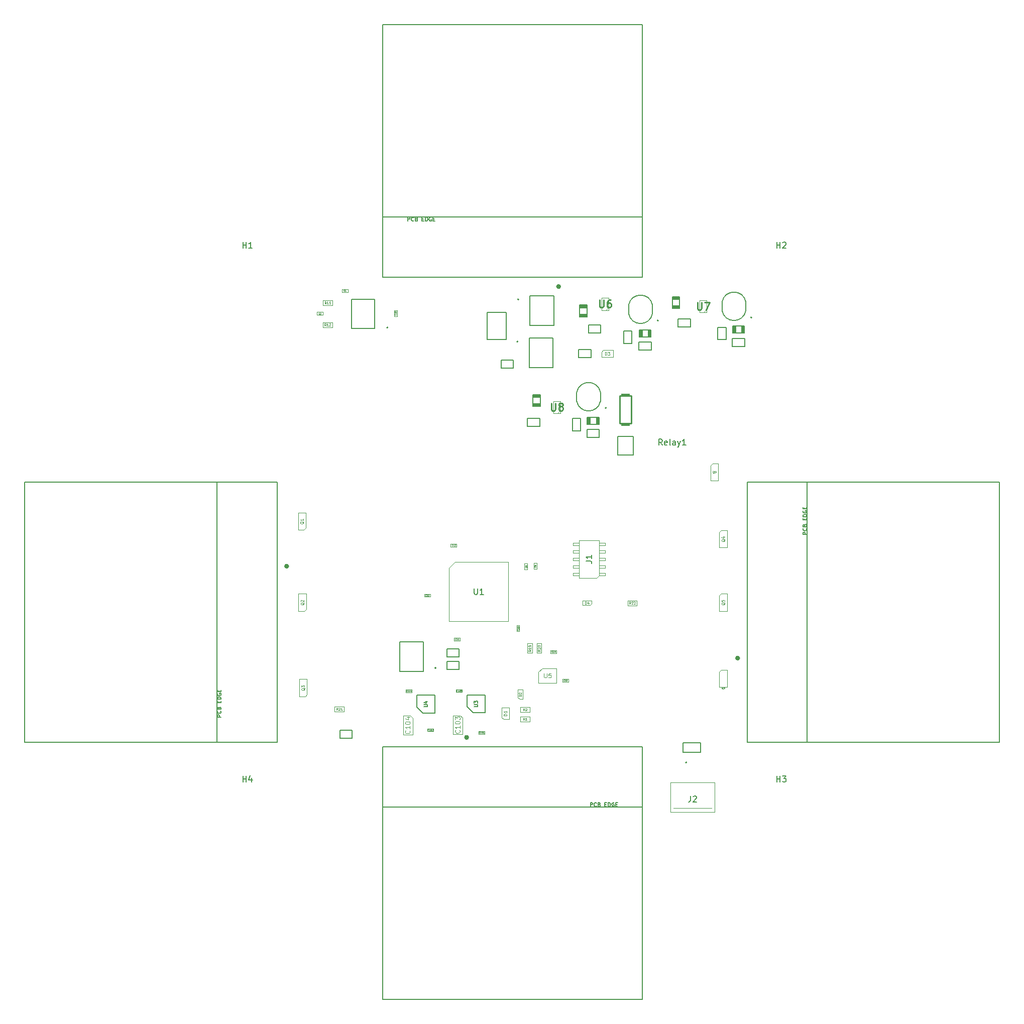
<source format=gbr>
G04 #@! TF.GenerationSoftware,KiCad,Pcbnew,(6.0.5)*
G04 #@! TF.CreationDate,2023-05-02T15:46:37-04:00*
G04 #@! TF.ProjectId,Lights_Board,4c696768-7473-45f4-926f-6172642e6b69,rev?*
G04 #@! TF.SameCoordinates,Original*
G04 #@! TF.FileFunction,AssemblyDrawing,Top*
%FSLAX46Y46*%
G04 Gerber Fmt 4.6, Leading zero omitted, Abs format (unit mm)*
G04 Created by KiCad (PCBNEW (6.0.5)) date 2023-05-02 15:46:37*
%MOMM*%
%LPD*%
G01*
G04 APERTURE LIST*
%ADD10C,0.254000*%
%ADD11C,0.150000*%
%ADD12C,0.040000*%
%ADD13C,0.080000*%
%ADD14C,0.060000*%
%ADD15C,0.075000*%
%ADD16C,0.050000*%
%ADD17C,0.120000*%
%ADD18C,0.110000*%
%ADD19C,0.100000*%
%ADD20C,0.127000*%
%ADD21C,0.200000*%
%ADD22C,0.400000*%
%ADD23C,0.010000*%
G04 APERTURE END LIST*
D10*
X156512380Y-81600523D02*
X156512380Y-82628619D01*
X156572857Y-82749571D01*
X156633333Y-82810047D01*
X156754285Y-82870523D01*
X156996190Y-82870523D01*
X157117142Y-82810047D01*
X157177619Y-82749571D01*
X157238095Y-82628619D01*
X157238095Y-81600523D01*
X158024285Y-82144809D02*
X157903333Y-82084333D01*
X157842857Y-82023857D01*
X157782380Y-81902904D01*
X157782380Y-81842428D01*
X157842857Y-81721476D01*
X157903333Y-81661000D01*
X158024285Y-81600523D01*
X158266190Y-81600523D01*
X158387142Y-81661000D01*
X158447619Y-81721476D01*
X158508095Y-81842428D01*
X158508095Y-81902904D01*
X158447619Y-82023857D01*
X158387142Y-82084333D01*
X158266190Y-82144809D01*
X158024285Y-82144809D01*
X157903333Y-82205285D01*
X157842857Y-82265761D01*
X157782380Y-82386714D01*
X157782380Y-82628619D01*
X157842857Y-82749571D01*
X157903333Y-82810047D01*
X158024285Y-82870523D01*
X158266190Y-82870523D01*
X158387142Y-82810047D01*
X158447619Y-82749571D01*
X158508095Y-82628619D01*
X158508095Y-82386714D01*
X158447619Y-82265761D01*
X158387142Y-82205285D01*
X158266190Y-82144809D01*
X181150380Y-64582523D02*
X181150380Y-65610619D01*
X181210857Y-65731571D01*
X181271333Y-65792047D01*
X181392285Y-65852523D01*
X181634190Y-65852523D01*
X181755142Y-65792047D01*
X181815619Y-65731571D01*
X181876095Y-65610619D01*
X181876095Y-64582523D01*
X182359904Y-64582523D02*
X183206571Y-64582523D01*
X182662285Y-65852523D01*
X164640380Y-64201523D02*
X164640380Y-65229619D01*
X164700857Y-65350571D01*
X164761333Y-65411047D01*
X164882285Y-65471523D01*
X165124190Y-65471523D01*
X165245142Y-65411047D01*
X165305619Y-65350571D01*
X165366095Y-65229619D01*
X165366095Y-64201523D01*
X166515142Y-64201523D02*
X166273238Y-64201523D01*
X166152285Y-64262000D01*
X166091809Y-64322476D01*
X165970857Y-64503904D01*
X165910380Y-64745809D01*
X165910380Y-65229619D01*
X165970857Y-65350571D01*
X166031333Y-65411047D01*
X166152285Y-65471523D01*
X166394190Y-65471523D01*
X166515142Y-65411047D01*
X166575619Y-65350571D01*
X166636095Y-65229619D01*
X166636095Y-64927238D01*
X166575619Y-64806285D01*
X166515142Y-64745809D01*
X166394190Y-64685333D01*
X166152285Y-64685333D01*
X166031333Y-64745809D01*
X165970857Y-64806285D01*
X165910380Y-64927238D01*
D11*
X199589523Y-103710476D02*
X198949523Y-103710476D01*
X198949523Y-103466666D01*
X198980000Y-103405714D01*
X199010476Y-103375238D01*
X199071428Y-103344761D01*
X199162857Y-103344761D01*
X199223809Y-103375238D01*
X199254285Y-103405714D01*
X199284761Y-103466666D01*
X199284761Y-103710476D01*
X199528571Y-102704761D02*
X199559047Y-102735238D01*
X199589523Y-102826666D01*
X199589523Y-102887619D01*
X199559047Y-102979047D01*
X199498095Y-103040000D01*
X199437142Y-103070476D01*
X199315238Y-103100952D01*
X199223809Y-103100952D01*
X199101904Y-103070476D01*
X199040952Y-103040000D01*
X198980000Y-102979047D01*
X198949523Y-102887619D01*
X198949523Y-102826666D01*
X198980000Y-102735238D01*
X199010476Y-102704761D01*
X199254285Y-102217142D02*
X199284761Y-102125714D01*
X199315238Y-102095238D01*
X199376190Y-102064761D01*
X199467619Y-102064761D01*
X199528571Y-102095238D01*
X199559047Y-102125714D01*
X199589523Y-102186666D01*
X199589523Y-102430476D01*
X198949523Y-102430476D01*
X198949523Y-102217142D01*
X198980000Y-102156190D01*
X199010476Y-102125714D01*
X199071428Y-102095238D01*
X199132380Y-102095238D01*
X199193333Y-102125714D01*
X199223809Y-102156190D01*
X199254285Y-102217142D01*
X199254285Y-102430476D01*
X199254285Y-101302857D02*
X199254285Y-101089523D01*
X199589523Y-100998095D02*
X199589523Y-101302857D01*
X198949523Y-101302857D01*
X198949523Y-100998095D01*
X199589523Y-100723809D02*
X198949523Y-100723809D01*
X198949523Y-100571428D01*
X198980000Y-100480000D01*
X199040952Y-100419047D01*
X199101904Y-100388571D01*
X199223809Y-100358095D01*
X199315238Y-100358095D01*
X199437142Y-100388571D01*
X199498095Y-100419047D01*
X199559047Y-100480000D01*
X199589523Y-100571428D01*
X199589523Y-100723809D01*
X198980000Y-99748571D02*
X198949523Y-99809523D01*
X198949523Y-99900952D01*
X198980000Y-99992380D01*
X199040952Y-100053333D01*
X199101904Y-100083809D01*
X199223809Y-100114285D01*
X199315238Y-100114285D01*
X199437142Y-100083809D01*
X199498095Y-100053333D01*
X199559047Y-99992380D01*
X199589523Y-99900952D01*
X199589523Y-99840000D01*
X199559047Y-99748571D01*
X199528571Y-99718095D01*
X199315238Y-99718095D01*
X199315238Y-99840000D01*
X199254285Y-99443809D02*
X199254285Y-99230476D01*
X199589523Y-99139047D02*
X199589523Y-99443809D01*
X198949523Y-99443809D01*
X198949523Y-99139047D01*
X100852023Y-134510476D02*
X100212023Y-134510476D01*
X100212023Y-134266666D01*
X100242500Y-134205714D01*
X100272976Y-134175238D01*
X100333928Y-134144761D01*
X100425357Y-134144761D01*
X100486309Y-134175238D01*
X100516785Y-134205714D01*
X100547261Y-134266666D01*
X100547261Y-134510476D01*
X100791071Y-133504761D02*
X100821547Y-133535238D01*
X100852023Y-133626666D01*
X100852023Y-133687619D01*
X100821547Y-133779047D01*
X100760595Y-133840000D01*
X100699642Y-133870476D01*
X100577738Y-133900952D01*
X100486309Y-133900952D01*
X100364404Y-133870476D01*
X100303452Y-133840000D01*
X100242500Y-133779047D01*
X100212023Y-133687619D01*
X100212023Y-133626666D01*
X100242500Y-133535238D01*
X100272976Y-133504761D01*
X100516785Y-133017142D02*
X100547261Y-132925714D01*
X100577738Y-132895238D01*
X100638690Y-132864761D01*
X100730119Y-132864761D01*
X100791071Y-132895238D01*
X100821547Y-132925714D01*
X100852023Y-132986666D01*
X100852023Y-133230476D01*
X100212023Y-133230476D01*
X100212023Y-133017142D01*
X100242500Y-132956190D01*
X100272976Y-132925714D01*
X100333928Y-132895238D01*
X100394880Y-132895238D01*
X100455833Y-132925714D01*
X100486309Y-132956190D01*
X100516785Y-133017142D01*
X100516785Y-133230476D01*
X100516785Y-132102857D02*
X100516785Y-131889523D01*
X100852023Y-131798095D02*
X100852023Y-132102857D01*
X100212023Y-132102857D01*
X100212023Y-131798095D01*
X100852023Y-131523809D02*
X100212023Y-131523809D01*
X100212023Y-131371428D01*
X100242500Y-131280000D01*
X100303452Y-131219047D01*
X100364404Y-131188571D01*
X100486309Y-131158095D01*
X100577738Y-131158095D01*
X100699642Y-131188571D01*
X100760595Y-131219047D01*
X100821547Y-131280000D01*
X100852023Y-131371428D01*
X100852023Y-131523809D01*
X100242500Y-130548571D02*
X100212023Y-130609523D01*
X100212023Y-130700952D01*
X100242500Y-130792380D01*
X100303452Y-130853333D01*
X100364404Y-130883809D01*
X100486309Y-130914285D01*
X100577738Y-130914285D01*
X100699642Y-130883809D01*
X100760595Y-130853333D01*
X100821547Y-130792380D01*
X100852023Y-130700952D01*
X100852023Y-130640000D01*
X100821547Y-130548571D01*
X100791071Y-130518095D01*
X100577738Y-130518095D01*
X100577738Y-130640000D01*
X100516785Y-130243809D02*
X100516785Y-130030476D01*
X100852023Y-129939047D02*
X100852023Y-130243809D01*
X100212023Y-130243809D01*
X100212023Y-129939047D01*
X163129523Y-149589523D02*
X163129523Y-148949523D01*
X163373333Y-148949523D01*
X163434285Y-148980000D01*
X163464761Y-149010476D01*
X163495238Y-149071428D01*
X163495238Y-149162857D01*
X163464761Y-149223809D01*
X163434285Y-149254285D01*
X163373333Y-149284761D01*
X163129523Y-149284761D01*
X164135238Y-149528571D02*
X164104761Y-149559047D01*
X164013333Y-149589523D01*
X163952380Y-149589523D01*
X163860952Y-149559047D01*
X163800000Y-149498095D01*
X163769523Y-149437142D01*
X163739047Y-149315238D01*
X163739047Y-149223809D01*
X163769523Y-149101904D01*
X163800000Y-149040952D01*
X163860952Y-148980000D01*
X163952380Y-148949523D01*
X164013333Y-148949523D01*
X164104761Y-148980000D01*
X164135238Y-149010476D01*
X164622857Y-149254285D02*
X164714285Y-149284761D01*
X164744761Y-149315238D01*
X164775238Y-149376190D01*
X164775238Y-149467619D01*
X164744761Y-149528571D01*
X164714285Y-149559047D01*
X164653333Y-149589523D01*
X164409523Y-149589523D01*
X164409523Y-148949523D01*
X164622857Y-148949523D01*
X164683809Y-148980000D01*
X164714285Y-149010476D01*
X164744761Y-149071428D01*
X164744761Y-149132380D01*
X164714285Y-149193333D01*
X164683809Y-149223809D01*
X164622857Y-149254285D01*
X164409523Y-149254285D01*
X165537142Y-149254285D02*
X165750476Y-149254285D01*
X165841904Y-149589523D02*
X165537142Y-149589523D01*
X165537142Y-148949523D01*
X165841904Y-148949523D01*
X166116190Y-149589523D02*
X166116190Y-148949523D01*
X166268571Y-148949523D01*
X166360000Y-148980000D01*
X166420952Y-149040952D01*
X166451428Y-149101904D01*
X166481904Y-149223809D01*
X166481904Y-149315238D01*
X166451428Y-149437142D01*
X166420952Y-149498095D01*
X166360000Y-149559047D01*
X166268571Y-149589523D01*
X166116190Y-149589523D01*
X167091428Y-148980000D02*
X167030476Y-148949523D01*
X166939047Y-148949523D01*
X166847619Y-148980000D01*
X166786666Y-149040952D01*
X166756190Y-149101904D01*
X166725714Y-149223809D01*
X166725714Y-149315238D01*
X166756190Y-149437142D01*
X166786666Y-149498095D01*
X166847619Y-149559047D01*
X166939047Y-149589523D01*
X167000000Y-149589523D01*
X167091428Y-149559047D01*
X167121904Y-149528571D01*
X167121904Y-149315238D01*
X167000000Y-149315238D01*
X167396190Y-149254285D02*
X167609523Y-149254285D01*
X167700952Y-149589523D02*
X167396190Y-149589523D01*
X167396190Y-148949523D01*
X167700952Y-148949523D01*
X132329523Y-50892023D02*
X132329523Y-50252023D01*
X132573333Y-50252023D01*
X132634285Y-50282500D01*
X132664761Y-50312976D01*
X132695238Y-50373928D01*
X132695238Y-50465357D01*
X132664761Y-50526309D01*
X132634285Y-50556785D01*
X132573333Y-50587261D01*
X132329523Y-50587261D01*
X133335238Y-50831071D02*
X133304761Y-50861547D01*
X133213333Y-50892023D01*
X133152380Y-50892023D01*
X133060952Y-50861547D01*
X133000000Y-50800595D01*
X132969523Y-50739642D01*
X132939047Y-50617738D01*
X132939047Y-50526309D01*
X132969523Y-50404404D01*
X133000000Y-50343452D01*
X133060952Y-50282500D01*
X133152380Y-50252023D01*
X133213333Y-50252023D01*
X133304761Y-50282500D01*
X133335238Y-50312976D01*
X133822857Y-50556785D02*
X133914285Y-50587261D01*
X133944761Y-50617738D01*
X133975238Y-50678690D01*
X133975238Y-50770119D01*
X133944761Y-50831071D01*
X133914285Y-50861547D01*
X133853333Y-50892023D01*
X133609523Y-50892023D01*
X133609523Y-50252023D01*
X133822857Y-50252023D01*
X133883809Y-50282500D01*
X133914285Y-50312976D01*
X133944761Y-50373928D01*
X133944761Y-50434880D01*
X133914285Y-50495833D01*
X133883809Y-50526309D01*
X133822857Y-50556785D01*
X133609523Y-50556785D01*
X134737142Y-50556785D02*
X134950476Y-50556785D01*
X135041904Y-50892023D02*
X134737142Y-50892023D01*
X134737142Y-50252023D01*
X135041904Y-50252023D01*
X135316190Y-50892023D02*
X135316190Y-50252023D01*
X135468571Y-50252023D01*
X135560000Y-50282500D01*
X135620952Y-50343452D01*
X135651428Y-50404404D01*
X135681904Y-50526309D01*
X135681904Y-50617738D01*
X135651428Y-50739642D01*
X135620952Y-50800595D01*
X135560000Y-50861547D01*
X135468571Y-50892023D01*
X135316190Y-50892023D01*
X136291428Y-50282500D02*
X136230476Y-50252023D01*
X136139047Y-50252023D01*
X136047619Y-50282500D01*
X135986666Y-50343452D01*
X135956190Y-50404404D01*
X135925714Y-50526309D01*
X135925714Y-50617738D01*
X135956190Y-50739642D01*
X135986666Y-50800595D01*
X136047619Y-50861547D01*
X136139047Y-50892023D01*
X136200000Y-50892023D01*
X136291428Y-50861547D01*
X136321904Y-50831071D01*
X136321904Y-50617738D01*
X136200000Y-50617738D01*
X136596190Y-50556785D02*
X136809523Y-50556785D01*
X136900952Y-50892023D02*
X136596190Y-50892023D01*
X136596190Y-50252023D01*
X136900952Y-50252023D01*
D12*
X117458333Y-66589285D02*
X117446428Y-66601190D01*
X117410714Y-66613095D01*
X117386904Y-66613095D01*
X117351190Y-66601190D01*
X117327380Y-66577380D01*
X117315476Y-66553571D01*
X117303571Y-66505952D01*
X117303571Y-66470238D01*
X117315476Y-66422619D01*
X117327380Y-66398809D01*
X117351190Y-66375000D01*
X117386904Y-66363095D01*
X117410714Y-66363095D01*
X117446428Y-66375000D01*
X117458333Y-66386904D01*
X117553571Y-66386904D02*
X117565476Y-66375000D01*
X117589285Y-66363095D01*
X117648809Y-66363095D01*
X117672619Y-66375000D01*
X117684523Y-66386904D01*
X117696428Y-66410714D01*
X117696428Y-66434523D01*
X117684523Y-66470238D01*
X117541666Y-66613095D01*
X117696428Y-66613095D01*
D13*
X149026190Y-134269047D02*
X148526190Y-134269047D01*
X148526190Y-134150000D01*
X148550000Y-134078571D01*
X148597619Y-134030952D01*
X148645238Y-134007142D01*
X148740476Y-133983333D01*
X148811904Y-133983333D01*
X148907142Y-134007142D01*
X148954761Y-134030952D01*
X149002380Y-134078571D01*
X149026190Y-134150000D01*
X149026190Y-134269047D01*
X149026190Y-133507142D02*
X149026190Y-133792857D01*
X149026190Y-133650000D02*
X148526190Y-133650000D01*
X148597619Y-133697619D01*
X148645238Y-133745238D01*
X148669047Y-133792857D01*
D14*
X151480952Y-130995238D02*
X151080952Y-130995238D01*
X151080952Y-130900000D01*
X151100000Y-130842857D01*
X151138095Y-130804761D01*
X151176190Y-130785714D01*
X151252380Y-130766666D01*
X151309523Y-130766666D01*
X151385714Y-130785714D01*
X151423809Y-130804761D01*
X151461904Y-130842857D01*
X151480952Y-130900000D01*
X151480952Y-130995238D01*
X151119047Y-130614285D02*
X151100000Y-130595238D01*
X151080952Y-130557142D01*
X151080952Y-130461904D01*
X151100000Y-130423809D01*
X151119047Y-130404761D01*
X151157142Y-130385714D01*
X151195238Y-130385714D01*
X151252380Y-130404761D01*
X151480952Y-130633333D01*
X151480952Y-130385714D01*
X162264761Y-115480952D02*
X162264761Y-115080952D01*
X162360000Y-115080952D01*
X162417142Y-115100000D01*
X162455238Y-115138095D01*
X162474285Y-115176190D01*
X162493333Y-115252380D01*
X162493333Y-115309523D01*
X162474285Y-115385714D01*
X162455238Y-115423809D01*
X162417142Y-115461904D01*
X162360000Y-115480952D01*
X162264761Y-115480952D01*
X162836190Y-115214285D02*
X162836190Y-115480952D01*
X162740952Y-115061904D02*
X162645714Y-115347619D01*
X162893333Y-115347619D01*
D11*
X104538095Y-55452380D02*
X104538095Y-54452380D01*
X104538095Y-54928571D02*
X105109523Y-54928571D01*
X105109523Y-55452380D02*
X105109523Y-54452380D01*
X106109523Y-55452380D02*
X105538095Y-55452380D01*
X105823809Y-55452380D02*
X105823809Y-54452380D01*
X105728571Y-54595238D01*
X105633333Y-54690476D01*
X105538095Y-54738095D01*
X194538095Y-55452380D02*
X194538095Y-54452380D01*
X194538095Y-54928571D02*
X195109523Y-54928571D01*
X195109523Y-55452380D02*
X195109523Y-54452380D01*
X195538095Y-54547619D02*
X195585714Y-54500000D01*
X195680952Y-54452380D01*
X195919047Y-54452380D01*
X196014285Y-54500000D01*
X196061904Y-54547619D01*
X196109523Y-54642857D01*
X196109523Y-54738095D01*
X196061904Y-54880952D01*
X195490476Y-55452380D01*
X196109523Y-55452380D01*
X194538095Y-145452380D02*
X194538095Y-144452380D01*
X194538095Y-144928571D02*
X195109523Y-144928571D01*
X195109523Y-145452380D02*
X195109523Y-144452380D01*
X195490476Y-144452380D02*
X196109523Y-144452380D01*
X195776190Y-144833333D01*
X195919047Y-144833333D01*
X196014285Y-144880952D01*
X196061904Y-144928571D01*
X196109523Y-145023809D01*
X196109523Y-145261904D01*
X196061904Y-145357142D01*
X196014285Y-145404761D01*
X195919047Y-145452380D01*
X195633333Y-145452380D01*
X195538095Y-145404761D01*
X195490476Y-145357142D01*
X162352380Y-108233333D02*
X163066666Y-108233333D01*
X163209523Y-108280952D01*
X163304761Y-108376190D01*
X163352380Y-108519047D01*
X163352380Y-108614285D01*
X163352380Y-107233333D02*
X163352380Y-107804761D01*
X163352380Y-107519047D02*
X162352380Y-107519047D01*
X162495238Y-107614285D01*
X162590476Y-107709523D01*
X162638095Y-107804761D01*
X180006666Y-147852380D02*
X180006666Y-148566666D01*
X179959047Y-148709523D01*
X179863809Y-148804761D01*
X179720952Y-148852380D01*
X179625714Y-148852380D01*
X180435238Y-147947619D02*
X180482857Y-147900000D01*
X180578095Y-147852380D01*
X180816190Y-147852380D01*
X180911428Y-147900000D01*
X180959047Y-147947619D01*
X181006666Y-148042857D01*
X181006666Y-148138095D01*
X180959047Y-148280952D01*
X180387619Y-148852380D01*
X181006666Y-148852380D01*
D14*
X152033333Y-133480952D02*
X151900000Y-133290476D01*
X151804761Y-133480952D02*
X151804761Y-133080952D01*
X151957142Y-133080952D01*
X151995238Y-133100000D01*
X152014285Y-133119047D01*
X152033333Y-133157142D01*
X152033333Y-133214285D01*
X152014285Y-133252380D01*
X151995238Y-133271428D01*
X151957142Y-133290476D01*
X151804761Y-133290476D01*
X152185714Y-133119047D02*
X152204761Y-133100000D01*
X152242857Y-133080952D01*
X152338095Y-133080952D01*
X152376190Y-133100000D01*
X152395238Y-133119047D01*
X152414285Y-133157142D01*
X152414285Y-133195238D01*
X152395238Y-133252380D01*
X152166666Y-133480952D01*
X152414285Y-133480952D01*
X118555357Y-64880952D02*
X118422023Y-64690476D01*
X118326785Y-64880952D02*
X118326785Y-64480952D01*
X118479166Y-64480952D01*
X118517261Y-64500000D01*
X118536309Y-64519047D01*
X118555357Y-64557142D01*
X118555357Y-64614285D01*
X118536309Y-64652380D01*
X118517261Y-64671428D01*
X118479166Y-64690476D01*
X118326785Y-64690476D01*
X118936309Y-64880952D02*
X118707738Y-64880952D01*
X118822023Y-64880952D02*
X118822023Y-64480952D01*
X118783928Y-64538095D01*
X118745833Y-64576190D01*
X118707738Y-64595238D01*
X119317261Y-64880952D02*
X119088690Y-64880952D01*
X119202976Y-64880952D02*
X119202976Y-64480952D01*
X119164880Y-64538095D01*
X119126785Y-64576190D01*
X119088690Y-64595238D01*
X118542857Y-68580952D02*
X118409523Y-68390476D01*
X118314285Y-68580952D02*
X118314285Y-68180952D01*
X118466666Y-68180952D01*
X118504761Y-68200000D01*
X118523809Y-68219047D01*
X118542857Y-68257142D01*
X118542857Y-68314285D01*
X118523809Y-68352380D01*
X118504761Y-68371428D01*
X118466666Y-68390476D01*
X118314285Y-68390476D01*
X118923809Y-68580952D02*
X118695238Y-68580952D01*
X118809523Y-68580952D02*
X118809523Y-68180952D01*
X118771428Y-68238095D01*
X118733333Y-68276190D01*
X118695238Y-68295238D01*
X119076190Y-68219047D02*
X119095238Y-68200000D01*
X119133333Y-68180952D01*
X119228571Y-68180952D01*
X119266666Y-68200000D01*
X119285714Y-68219047D01*
X119304761Y-68257142D01*
X119304761Y-68295238D01*
X119285714Y-68352380D01*
X119057142Y-68580952D01*
X119304761Y-68580952D01*
D11*
X104538095Y-145452380D02*
X104538095Y-144452380D01*
X104538095Y-144928571D02*
X105109523Y-144928571D01*
X105109523Y-145452380D02*
X105109523Y-144452380D01*
X106014285Y-144785714D02*
X106014285Y-145452380D01*
X105776190Y-144404761D02*
X105538095Y-145119047D01*
X106157142Y-145119047D01*
X143538095Y-112852380D02*
X143538095Y-113661904D01*
X143585714Y-113757142D01*
X143633333Y-113804761D01*
X143728571Y-113852380D01*
X143919047Y-113852380D01*
X144014285Y-113804761D01*
X144061904Y-113757142D01*
X144109523Y-113661904D01*
X144109523Y-112852380D01*
X145109523Y-113852380D02*
X144538095Y-113852380D01*
X144823809Y-113852380D02*
X144823809Y-112852380D01*
X144728571Y-112995238D01*
X144633333Y-113090476D01*
X144538095Y-113138095D01*
D14*
X152033333Y-135080952D02*
X151900000Y-134890476D01*
X151804761Y-135080952D02*
X151804761Y-134680952D01*
X151957142Y-134680952D01*
X151995238Y-134700000D01*
X152014285Y-134719047D01*
X152033333Y-134757142D01*
X152033333Y-134814285D01*
X152014285Y-134852380D01*
X151995238Y-134871428D01*
X151957142Y-134890476D01*
X151804761Y-134890476D01*
X152414285Y-135080952D02*
X152185714Y-135080952D01*
X152300000Y-135080952D02*
X152300000Y-134680952D01*
X152261904Y-134738095D01*
X152223809Y-134776190D01*
X152185714Y-134795238D01*
X120542857Y-133380952D02*
X120409523Y-133190476D01*
X120314285Y-133380952D02*
X120314285Y-132980952D01*
X120466666Y-132980952D01*
X120504761Y-133000000D01*
X120523809Y-133019047D01*
X120542857Y-133057142D01*
X120542857Y-133114285D01*
X120523809Y-133152380D01*
X120504761Y-133171428D01*
X120466666Y-133190476D01*
X120314285Y-133190476D01*
X120695238Y-133019047D02*
X120714285Y-133000000D01*
X120752380Y-132980952D01*
X120847619Y-132980952D01*
X120885714Y-133000000D01*
X120904761Y-133019047D01*
X120923809Y-133057142D01*
X120923809Y-133095238D01*
X120904761Y-133152380D01*
X120676190Y-133380952D01*
X120923809Y-133380952D01*
X121304761Y-133380952D02*
X121076190Y-133380952D01*
X121190476Y-133380952D02*
X121190476Y-132980952D01*
X121152380Y-133038095D01*
X121114285Y-133076190D01*
X121076190Y-133095238D01*
D12*
X121693333Y-62729285D02*
X121681428Y-62741190D01*
X121645714Y-62753095D01*
X121621904Y-62753095D01*
X121586190Y-62741190D01*
X121562380Y-62717380D01*
X121550476Y-62693571D01*
X121538571Y-62645952D01*
X121538571Y-62610238D01*
X121550476Y-62562619D01*
X121562380Y-62538809D01*
X121586190Y-62515000D01*
X121621904Y-62503095D01*
X121645714Y-62503095D01*
X121681428Y-62515000D01*
X121693333Y-62526904D01*
X121931428Y-62753095D02*
X121788571Y-62753095D01*
X121860000Y-62753095D02*
X121860000Y-62503095D01*
X121836190Y-62538809D01*
X121812380Y-62562619D01*
X121788571Y-62574523D01*
X152349285Y-109201666D02*
X152361190Y-109213571D01*
X152373095Y-109249285D01*
X152373095Y-109273095D01*
X152361190Y-109308809D01*
X152337380Y-109332619D01*
X152313571Y-109344523D01*
X152265952Y-109356428D01*
X152230238Y-109356428D01*
X152182619Y-109344523D01*
X152158809Y-109332619D01*
X152135000Y-109308809D01*
X152123095Y-109273095D01*
X152123095Y-109249285D01*
X152135000Y-109213571D01*
X152146904Y-109201666D01*
X152230238Y-109058809D02*
X152218333Y-109082619D01*
X152206428Y-109094523D01*
X152182619Y-109106428D01*
X152170714Y-109106428D01*
X152146904Y-109094523D01*
X152135000Y-109082619D01*
X152123095Y-109058809D01*
X152123095Y-109011190D01*
X152135000Y-108987380D01*
X152146904Y-108975476D01*
X152170714Y-108963571D01*
X152182619Y-108963571D01*
X152206428Y-108975476D01*
X152218333Y-108987380D01*
X152230238Y-109011190D01*
X152230238Y-109058809D01*
X152242142Y-109082619D01*
X152254047Y-109094523D01*
X152277857Y-109106428D01*
X152325476Y-109106428D01*
X152349285Y-109094523D01*
X152361190Y-109082619D01*
X152373095Y-109058809D01*
X152373095Y-109011190D01*
X152361190Y-108987380D01*
X152349285Y-108975476D01*
X152325476Y-108963571D01*
X152277857Y-108963571D01*
X152254047Y-108975476D01*
X152242142Y-108987380D01*
X152230238Y-109011190D01*
X153939285Y-109126666D02*
X153951190Y-109138571D01*
X153963095Y-109174285D01*
X153963095Y-109198095D01*
X153951190Y-109233809D01*
X153927380Y-109257619D01*
X153903571Y-109269523D01*
X153855952Y-109281428D01*
X153820238Y-109281428D01*
X153772619Y-109269523D01*
X153748809Y-109257619D01*
X153725000Y-109233809D01*
X153713095Y-109198095D01*
X153713095Y-109174285D01*
X153725000Y-109138571D01*
X153736904Y-109126666D01*
X153963095Y-109007619D02*
X153963095Y-108960000D01*
X153951190Y-108936190D01*
X153939285Y-108924285D01*
X153903571Y-108900476D01*
X153855952Y-108888571D01*
X153760714Y-108888571D01*
X153736904Y-108900476D01*
X153725000Y-108912380D01*
X153713095Y-108936190D01*
X153713095Y-108983809D01*
X153725000Y-109007619D01*
X153736904Y-109019523D01*
X153760714Y-109031428D01*
X153820238Y-109031428D01*
X153844047Y-109019523D01*
X153855952Y-109007619D01*
X153867857Y-108983809D01*
X153867857Y-108936190D01*
X153855952Y-108912380D01*
X153844047Y-108900476D01*
X153820238Y-108888571D01*
X151009285Y-119725714D02*
X151021190Y-119737619D01*
X151033095Y-119773333D01*
X151033095Y-119797142D01*
X151021190Y-119832857D01*
X150997380Y-119856666D01*
X150973571Y-119868571D01*
X150925952Y-119880476D01*
X150890238Y-119880476D01*
X150842619Y-119868571D01*
X150818809Y-119856666D01*
X150795000Y-119832857D01*
X150783095Y-119797142D01*
X150783095Y-119773333D01*
X150795000Y-119737619D01*
X150806904Y-119725714D01*
X151033095Y-119487619D02*
X151033095Y-119630476D01*
X151033095Y-119559047D02*
X150783095Y-119559047D01*
X150818809Y-119582857D01*
X150842619Y-119606666D01*
X150854523Y-119630476D01*
X150783095Y-119332857D02*
X150783095Y-119309047D01*
X150795000Y-119285238D01*
X150806904Y-119273333D01*
X150830714Y-119261428D01*
X150878333Y-119249523D01*
X150937857Y-119249523D01*
X150985476Y-119261428D01*
X151009285Y-119273333D01*
X151021190Y-119285238D01*
X151033095Y-119309047D01*
X151033095Y-119332857D01*
X151021190Y-119356666D01*
X151009285Y-119368571D01*
X150985476Y-119380476D01*
X150937857Y-119392380D01*
X150878333Y-119392380D01*
X150830714Y-119380476D01*
X150806904Y-119368571D01*
X150795000Y-119356666D01*
X150783095Y-119332857D01*
X139904285Y-105649285D02*
X139892380Y-105661190D01*
X139856666Y-105673095D01*
X139832857Y-105673095D01*
X139797142Y-105661190D01*
X139773333Y-105637380D01*
X139761428Y-105613571D01*
X139749523Y-105565952D01*
X139749523Y-105530238D01*
X139761428Y-105482619D01*
X139773333Y-105458809D01*
X139797142Y-105435000D01*
X139832857Y-105423095D01*
X139856666Y-105423095D01*
X139892380Y-105435000D01*
X139904285Y-105446904D01*
X140142380Y-105673095D02*
X139999523Y-105673095D01*
X140070952Y-105673095D02*
X140070952Y-105423095D01*
X140047142Y-105458809D01*
X140023333Y-105482619D01*
X139999523Y-105494523D01*
X140237619Y-105446904D02*
X140249523Y-105435000D01*
X140273333Y-105423095D01*
X140332857Y-105423095D01*
X140356666Y-105435000D01*
X140368571Y-105446904D01*
X140380476Y-105470714D01*
X140380476Y-105494523D01*
X140368571Y-105530238D01*
X140225714Y-105673095D01*
X140380476Y-105673095D01*
X135444285Y-114099285D02*
X135432380Y-114111190D01*
X135396666Y-114123095D01*
X135372857Y-114123095D01*
X135337142Y-114111190D01*
X135313333Y-114087380D01*
X135301428Y-114063571D01*
X135289523Y-114015952D01*
X135289523Y-113980238D01*
X135301428Y-113932619D01*
X135313333Y-113908809D01*
X135337142Y-113885000D01*
X135372857Y-113873095D01*
X135396666Y-113873095D01*
X135432380Y-113885000D01*
X135444285Y-113896904D01*
X135682380Y-114123095D02*
X135539523Y-114123095D01*
X135610952Y-114123095D02*
X135610952Y-113873095D01*
X135587142Y-113908809D01*
X135563333Y-113932619D01*
X135539523Y-113944523D01*
X135765714Y-113873095D02*
X135920476Y-113873095D01*
X135837142Y-113968333D01*
X135872857Y-113968333D01*
X135896666Y-113980238D01*
X135908571Y-113992142D01*
X135920476Y-114015952D01*
X135920476Y-114075476D01*
X135908571Y-114099285D01*
X135896666Y-114111190D01*
X135872857Y-114123095D01*
X135801428Y-114123095D01*
X135777619Y-114111190D01*
X135765714Y-114099285D01*
X140454285Y-121489285D02*
X140442380Y-121501190D01*
X140406666Y-121513095D01*
X140382857Y-121513095D01*
X140347142Y-121501190D01*
X140323333Y-121477380D01*
X140311428Y-121453571D01*
X140299523Y-121405952D01*
X140299523Y-121370238D01*
X140311428Y-121322619D01*
X140323333Y-121298809D01*
X140347142Y-121275000D01*
X140382857Y-121263095D01*
X140406666Y-121263095D01*
X140442380Y-121275000D01*
X140454285Y-121286904D01*
X140692380Y-121513095D02*
X140549523Y-121513095D01*
X140620952Y-121513095D02*
X140620952Y-121263095D01*
X140597142Y-121298809D01*
X140573333Y-121322619D01*
X140549523Y-121334523D01*
X140930476Y-121513095D02*
X140787619Y-121513095D01*
X140859047Y-121513095D02*
X140859047Y-121263095D01*
X140835238Y-121298809D01*
X140811428Y-121322619D01*
X140787619Y-121334523D01*
D15*
X114773809Y-101547619D02*
X114750000Y-101595238D01*
X114702380Y-101642857D01*
X114630952Y-101714285D01*
X114607142Y-101761904D01*
X114607142Y-101809523D01*
X114726190Y-101785714D02*
X114702380Y-101833333D01*
X114654761Y-101880952D01*
X114559523Y-101904761D01*
X114392857Y-101904761D01*
X114297619Y-101880952D01*
X114250000Y-101833333D01*
X114226190Y-101785714D01*
X114226190Y-101690476D01*
X114250000Y-101642857D01*
X114297619Y-101595238D01*
X114392857Y-101571428D01*
X114559523Y-101571428D01*
X114654761Y-101595238D01*
X114702380Y-101642857D01*
X114726190Y-101690476D01*
X114726190Y-101785714D01*
X114726190Y-101095238D02*
X114726190Y-101380952D01*
X114726190Y-101238095D02*
X114226190Y-101238095D01*
X114297619Y-101285714D01*
X114345238Y-101333333D01*
X114369047Y-101380952D01*
X114823809Y-115247619D02*
X114800000Y-115295238D01*
X114752380Y-115342857D01*
X114680952Y-115414285D01*
X114657142Y-115461904D01*
X114657142Y-115509523D01*
X114776190Y-115485714D02*
X114752380Y-115533333D01*
X114704761Y-115580952D01*
X114609523Y-115604761D01*
X114442857Y-115604761D01*
X114347619Y-115580952D01*
X114300000Y-115533333D01*
X114276190Y-115485714D01*
X114276190Y-115390476D01*
X114300000Y-115342857D01*
X114347619Y-115295238D01*
X114442857Y-115271428D01*
X114609523Y-115271428D01*
X114704761Y-115295238D01*
X114752380Y-115342857D01*
X114776190Y-115390476D01*
X114776190Y-115485714D01*
X114323809Y-115080952D02*
X114300000Y-115057142D01*
X114276190Y-115009523D01*
X114276190Y-114890476D01*
X114300000Y-114842857D01*
X114323809Y-114819047D01*
X114371428Y-114795238D01*
X114419047Y-114795238D01*
X114490476Y-114819047D01*
X114776190Y-115104761D01*
X114776190Y-114795238D01*
X114973809Y-129647619D02*
X114950000Y-129695238D01*
X114902380Y-129742857D01*
X114830952Y-129814285D01*
X114807142Y-129861904D01*
X114807142Y-129909523D01*
X114926190Y-129885714D02*
X114902380Y-129933333D01*
X114854761Y-129980952D01*
X114759523Y-130004761D01*
X114592857Y-130004761D01*
X114497619Y-129980952D01*
X114450000Y-129933333D01*
X114426190Y-129885714D01*
X114426190Y-129790476D01*
X114450000Y-129742857D01*
X114497619Y-129695238D01*
X114592857Y-129671428D01*
X114759523Y-129671428D01*
X114854761Y-129695238D01*
X114902380Y-129742857D01*
X114926190Y-129790476D01*
X114926190Y-129885714D01*
X114426190Y-129504761D02*
X114426190Y-129195238D01*
X114616666Y-129361904D01*
X114616666Y-129290476D01*
X114640476Y-129242857D01*
X114664285Y-129219047D01*
X114711904Y-129195238D01*
X114830952Y-129195238D01*
X114878571Y-129219047D01*
X114902380Y-129242857D01*
X114926190Y-129290476D01*
X114926190Y-129433333D01*
X114902380Y-129480952D01*
X114878571Y-129504761D01*
X185773809Y-104547619D02*
X185750000Y-104595238D01*
X185702380Y-104642857D01*
X185630952Y-104714285D01*
X185607142Y-104761904D01*
X185607142Y-104809523D01*
X185726190Y-104785714D02*
X185702380Y-104833333D01*
X185654761Y-104880952D01*
X185559523Y-104904761D01*
X185392857Y-104904761D01*
X185297619Y-104880952D01*
X185250000Y-104833333D01*
X185226190Y-104785714D01*
X185226190Y-104690476D01*
X185250000Y-104642857D01*
X185297619Y-104595238D01*
X185392857Y-104571428D01*
X185559523Y-104571428D01*
X185654761Y-104595238D01*
X185702380Y-104642857D01*
X185726190Y-104690476D01*
X185726190Y-104785714D01*
X185392857Y-104142857D02*
X185726190Y-104142857D01*
X185202380Y-104261904D02*
X185559523Y-104380952D01*
X185559523Y-104071428D01*
X185773809Y-115247619D02*
X185750000Y-115295238D01*
X185702380Y-115342857D01*
X185630952Y-115414285D01*
X185607142Y-115461904D01*
X185607142Y-115509523D01*
X185726190Y-115485714D02*
X185702380Y-115533333D01*
X185654761Y-115580952D01*
X185559523Y-115604761D01*
X185392857Y-115604761D01*
X185297619Y-115580952D01*
X185250000Y-115533333D01*
X185226190Y-115485714D01*
X185226190Y-115390476D01*
X185250000Y-115342857D01*
X185297619Y-115295238D01*
X185392857Y-115271428D01*
X185559523Y-115271428D01*
X185654761Y-115295238D01*
X185702380Y-115342857D01*
X185726190Y-115390476D01*
X185726190Y-115485714D01*
X185226190Y-114819047D02*
X185226190Y-115057142D01*
X185464285Y-115080952D01*
X185440476Y-115057142D01*
X185416666Y-115009523D01*
X185416666Y-114890476D01*
X185440476Y-114842857D01*
X185464285Y-114819047D01*
X185511904Y-114795238D01*
X185630952Y-114795238D01*
X185678571Y-114819047D01*
X185702380Y-114842857D01*
X185726190Y-114890476D01*
X185726190Y-115009523D01*
X185702380Y-115057142D01*
X185678571Y-115080952D01*
D16*
X185469523Y-129775238D02*
X185439047Y-129760000D01*
X185408571Y-129729523D01*
X185362857Y-129683809D01*
X185332380Y-129668571D01*
X185301904Y-129668571D01*
X185317142Y-129744761D02*
X185286666Y-129729523D01*
X185256190Y-129699047D01*
X185240952Y-129638095D01*
X185240952Y-129531428D01*
X185256190Y-129470476D01*
X185286666Y-129440000D01*
X185317142Y-129424761D01*
X185378095Y-129424761D01*
X185408571Y-129440000D01*
X185439047Y-129470476D01*
X185454285Y-129531428D01*
X185454285Y-129638095D01*
X185439047Y-129699047D01*
X185408571Y-129729523D01*
X185378095Y-129744761D01*
X185317142Y-129744761D01*
X185728571Y-129424761D02*
X185667619Y-129424761D01*
X185637142Y-129440000D01*
X185621904Y-129455238D01*
X185591428Y-129500952D01*
X185576190Y-129561904D01*
X185576190Y-129683809D01*
X185591428Y-129714285D01*
X185606666Y-129729523D01*
X185637142Y-129744761D01*
X185698095Y-129744761D01*
X185728571Y-129729523D01*
X185743809Y-129714285D01*
X185759047Y-129683809D01*
X185759047Y-129607619D01*
X185743809Y-129577142D01*
X185728571Y-129561904D01*
X185698095Y-129546666D01*
X185637142Y-129546666D01*
X185606666Y-129561904D01*
X185591428Y-129577142D01*
X185576190Y-129607619D01*
D12*
X130359285Y-66605714D02*
X130371190Y-66617619D01*
X130383095Y-66653333D01*
X130383095Y-66677142D01*
X130371190Y-66712857D01*
X130347380Y-66736666D01*
X130323571Y-66748571D01*
X130275952Y-66760476D01*
X130240238Y-66760476D01*
X130192619Y-66748571D01*
X130168809Y-66736666D01*
X130145000Y-66712857D01*
X130133095Y-66677142D01*
X130133095Y-66653333D01*
X130145000Y-66617619D01*
X130156904Y-66605714D01*
X130383095Y-66367619D02*
X130383095Y-66510476D01*
X130383095Y-66439047D02*
X130133095Y-66439047D01*
X130168809Y-66462857D01*
X130192619Y-66486666D01*
X130204523Y-66510476D01*
X130240238Y-66224761D02*
X130228333Y-66248571D01*
X130216428Y-66260476D01*
X130192619Y-66272380D01*
X130180714Y-66272380D01*
X130156904Y-66260476D01*
X130145000Y-66248571D01*
X130133095Y-66224761D01*
X130133095Y-66177142D01*
X130145000Y-66153333D01*
X130156904Y-66141428D01*
X130180714Y-66129523D01*
X130192619Y-66129523D01*
X130216428Y-66141428D01*
X130228333Y-66153333D01*
X130240238Y-66177142D01*
X130240238Y-66224761D01*
X130252142Y-66248571D01*
X130264047Y-66260476D01*
X130287857Y-66272380D01*
X130335476Y-66272380D01*
X130359285Y-66260476D01*
X130371190Y-66248571D01*
X130383095Y-66224761D01*
X130383095Y-66177142D01*
X130371190Y-66153333D01*
X130359285Y-66141428D01*
X130335476Y-66129523D01*
X130287857Y-66129523D01*
X130264047Y-66141428D01*
X130252142Y-66153333D01*
X130240238Y-66177142D01*
D11*
X175220523Y-88677380D02*
X174887190Y-88201190D01*
X174649095Y-88677380D02*
X174649095Y-87677380D01*
X175030047Y-87677380D01*
X175125285Y-87725000D01*
X175172904Y-87772619D01*
X175220523Y-87867857D01*
X175220523Y-88010714D01*
X175172904Y-88105952D01*
X175125285Y-88153571D01*
X175030047Y-88201190D01*
X174649095Y-88201190D01*
X176030047Y-88629761D02*
X175934809Y-88677380D01*
X175744333Y-88677380D01*
X175649095Y-88629761D01*
X175601476Y-88534523D01*
X175601476Y-88153571D01*
X175649095Y-88058333D01*
X175744333Y-88010714D01*
X175934809Y-88010714D01*
X176030047Y-88058333D01*
X176077666Y-88153571D01*
X176077666Y-88248809D01*
X175601476Y-88344047D01*
X176649095Y-88677380D02*
X176553857Y-88629761D01*
X176506238Y-88534523D01*
X176506238Y-87677380D01*
X177458619Y-88677380D02*
X177458619Y-88153571D01*
X177411000Y-88058333D01*
X177315761Y-88010714D01*
X177125285Y-88010714D01*
X177030047Y-88058333D01*
X177458619Y-88629761D02*
X177363380Y-88677380D01*
X177125285Y-88677380D01*
X177030047Y-88629761D01*
X176982428Y-88534523D01*
X176982428Y-88439285D01*
X177030047Y-88344047D01*
X177125285Y-88296428D01*
X177363380Y-88296428D01*
X177458619Y-88248809D01*
X177839571Y-88010714D02*
X178077666Y-88677380D01*
X178315761Y-88010714D02*
X178077666Y-88677380D01*
X177982428Y-88915476D01*
X177934809Y-88963095D01*
X177839571Y-89010714D01*
X179220523Y-88677380D02*
X178649095Y-88677380D01*
X178934809Y-88677380D02*
X178934809Y-87677380D01*
X178839571Y-87820238D01*
X178744333Y-87915476D01*
X178649095Y-87963095D01*
D17*
X141035714Y-136745238D02*
X141073809Y-136783333D01*
X141111904Y-136897619D01*
X141111904Y-136973809D01*
X141073809Y-137088095D01*
X140997619Y-137164285D01*
X140921428Y-137202380D01*
X140769047Y-137240476D01*
X140654761Y-137240476D01*
X140502380Y-137202380D01*
X140426190Y-137164285D01*
X140350000Y-137088095D01*
X140311904Y-136973809D01*
X140311904Y-136897619D01*
X140350000Y-136783333D01*
X140388095Y-136745238D01*
X141111904Y-135983333D02*
X141111904Y-136440476D01*
X141111904Y-136211904D02*
X140311904Y-136211904D01*
X140426190Y-136288095D01*
X140502380Y-136364285D01*
X140540476Y-136440476D01*
X140311904Y-135488095D02*
X140311904Y-135411904D01*
X140350000Y-135335714D01*
X140388095Y-135297619D01*
X140464285Y-135259523D01*
X140616666Y-135221428D01*
X140807142Y-135221428D01*
X140959523Y-135259523D01*
X141035714Y-135297619D01*
X141073809Y-135335714D01*
X141111904Y-135411904D01*
X141111904Y-135488095D01*
X141073809Y-135564285D01*
X141035714Y-135602380D01*
X140959523Y-135640476D01*
X140807142Y-135678571D01*
X140616666Y-135678571D01*
X140464285Y-135640476D01*
X140388095Y-135602380D01*
X140350000Y-135564285D01*
X140311904Y-135488095D01*
X140311904Y-134954761D02*
X140311904Y-134459523D01*
X140616666Y-134726190D01*
X140616666Y-134611904D01*
X140654761Y-134535714D01*
X140692857Y-134497619D01*
X140769047Y-134459523D01*
X140959523Y-134459523D01*
X141035714Y-134497619D01*
X141073809Y-134535714D01*
X141111904Y-134611904D01*
X141111904Y-134840476D01*
X141073809Y-134916666D01*
X141035714Y-134954761D01*
D11*
X135071428Y-132807142D02*
X135557142Y-132807142D01*
X135614285Y-132778571D01*
X135642857Y-132750000D01*
X135671428Y-132692857D01*
X135671428Y-132578571D01*
X135642857Y-132521428D01*
X135614285Y-132492857D01*
X135557142Y-132464285D01*
X135071428Y-132464285D01*
X135271428Y-131921428D02*
X135671428Y-131921428D01*
X135042857Y-132064285D02*
X135471428Y-132207142D01*
X135471428Y-131835714D01*
D16*
X183992523Y-93393238D02*
X183962047Y-93378000D01*
X183931571Y-93347523D01*
X183885857Y-93301809D01*
X183855380Y-93286571D01*
X183824904Y-93286571D01*
X183840142Y-93362761D02*
X183809666Y-93347523D01*
X183779190Y-93317047D01*
X183763952Y-93256095D01*
X183763952Y-93149428D01*
X183779190Y-93088476D01*
X183809666Y-93058000D01*
X183840142Y-93042761D01*
X183901095Y-93042761D01*
X183931571Y-93058000D01*
X183962047Y-93088476D01*
X183977285Y-93149428D01*
X183977285Y-93256095D01*
X183962047Y-93317047D01*
X183931571Y-93347523D01*
X183901095Y-93362761D01*
X183840142Y-93362761D01*
X184129666Y-93362761D02*
X184190619Y-93362761D01*
X184221095Y-93347523D01*
X184236333Y-93332285D01*
X184266809Y-93286571D01*
X184282047Y-93225619D01*
X184282047Y-93103714D01*
X184266809Y-93073238D01*
X184251571Y-93058000D01*
X184221095Y-93042761D01*
X184160142Y-93042761D01*
X184129666Y-93058000D01*
X184114428Y-93073238D01*
X184099190Y-93103714D01*
X184099190Y-93179904D01*
X184114428Y-93210380D01*
X184129666Y-93225619D01*
X184160142Y-93240857D01*
X184221095Y-93240857D01*
X184251571Y-93225619D01*
X184266809Y-93210380D01*
X184282047Y-93179904D01*
D12*
X156744285Y-123589285D02*
X156732380Y-123601190D01*
X156696666Y-123613095D01*
X156672857Y-123613095D01*
X156637142Y-123601190D01*
X156613333Y-123577380D01*
X156601428Y-123553571D01*
X156589523Y-123505952D01*
X156589523Y-123470238D01*
X156601428Y-123422619D01*
X156613333Y-123398809D01*
X156637142Y-123375000D01*
X156672857Y-123363095D01*
X156696666Y-123363095D01*
X156732380Y-123375000D01*
X156744285Y-123386904D01*
X156982380Y-123613095D02*
X156839523Y-123613095D01*
X156910952Y-123613095D02*
X156910952Y-123363095D01*
X156887142Y-123398809D01*
X156863333Y-123422619D01*
X156839523Y-123434523D01*
X157196666Y-123446428D02*
X157196666Y-123613095D01*
X157137142Y-123351190D02*
X157077619Y-123529761D01*
X157232380Y-123529761D01*
D14*
X169922857Y-115480952D02*
X169789523Y-115290476D01*
X169694285Y-115480952D02*
X169694285Y-115080952D01*
X169846666Y-115080952D01*
X169884761Y-115100000D01*
X169903809Y-115119047D01*
X169922857Y-115157142D01*
X169922857Y-115214285D01*
X169903809Y-115252380D01*
X169884761Y-115271428D01*
X169846666Y-115290476D01*
X169694285Y-115290476D01*
X170075238Y-115119047D02*
X170094285Y-115100000D01*
X170132380Y-115080952D01*
X170227619Y-115080952D01*
X170265714Y-115100000D01*
X170284761Y-115119047D01*
X170303809Y-115157142D01*
X170303809Y-115195238D01*
X170284761Y-115252380D01*
X170056190Y-115480952D01*
X170303809Y-115480952D01*
X170456190Y-115119047D02*
X170475238Y-115100000D01*
X170513333Y-115080952D01*
X170608571Y-115080952D01*
X170646666Y-115100000D01*
X170665714Y-115119047D01*
X170684761Y-115157142D01*
X170684761Y-115195238D01*
X170665714Y-115252380D01*
X170437142Y-115480952D01*
X170684761Y-115480952D01*
X154655952Y-123182142D02*
X154465476Y-123315476D01*
X154655952Y-123410714D02*
X154255952Y-123410714D01*
X154255952Y-123258333D01*
X154275000Y-123220238D01*
X154294047Y-123201190D01*
X154332142Y-123182142D01*
X154389285Y-123182142D01*
X154427380Y-123201190D01*
X154446428Y-123220238D01*
X154465476Y-123258333D01*
X154465476Y-123410714D01*
X154294047Y-123029761D02*
X154275000Y-123010714D01*
X154255952Y-122972619D01*
X154255952Y-122877380D01*
X154275000Y-122839285D01*
X154294047Y-122820238D01*
X154332142Y-122801190D01*
X154370238Y-122801190D01*
X154427380Y-122820238D01*
X154655952Y-123048809D01*
X154655952Y-122801190D01*
X154255952Y-122553571D02*
X154255952Y-122515476D01*
X154275000Y-122477380D01*
X154294047Y-122458333D01*
X154332142Y-122439285D01*
X154408333Y-122420238D01*
X154503571Y-122420238D01*
X154579761Y-122439285D01*
X154617857Y-122458333D01*
X154636904Y-122477380D01*
X154655952Y-122515476D01*
X154655952Y-122553571D01*
X154636904Y-122591666D01*
X154617857Y-122610714D01*
X154579761Y-122629761D01*
X154503571Y-122648809D01*
X154408333Y-122648809D01*
X154332142Y-122629761D01*
X154294047Y-122610714D01*
X154275000Y-122591666D01*
X154255952Y-122553571D01*
D12*
X158734285Y-128439285D02*
X158722380Y-128451190D01*
X158686666Y-128463095D01*
X158662857Y-128463095D01*
X158627142Y-128451190D01*
X158603333Y-128427380D01*
X158591428Y-128403571D01*
X158579523Y-128355952D01*
X158579523Y-128320238D01*
X158591428Y-128272619D01*
X158603333Y-128248809D01*
X158627142Y-128225000D01*
X158662857Y-128213095D01*
X158686666Y-128213095D01*
X158722380Y-128225000D01*
X158734285Y-128236904D01*
X158972380Y-128463095D02*
X158829523Y-128463095D01*
X158900952Y-128463095D02*
X158900952Y-128213095D01*
X158877142Y-128248809D01*
X158853333Y-128272619D01*
X158829523Y-128284523D01*
X159198571Y-128213095D02*
X159079523Y-128213095D01*
X159067619Y-128332142D01*
X159079523Y-128320238D01*
X159103333Y-128308333D01*
X159162857Y-128308333D01*
X159186666Y-128320238D01*
X159198571Y-128332142D01*
X159210476Y-128355952D01*
X159210476Y-128415476D01*
X159198571Y-128439285D01*
X159186666Y-128451190D01*
X159162857Y-128463095D01*
X159103333Y-128463095D01*
X159079523Y-128451190D01*
X159067619Y-128439285D01*
D18*
X155318571Y-127139285D02*
X155318571Y-127746428D01*
X155354285Y-127817857D01*
X155390000Y-127853571D01*
X155461428Y-127889285D01*
X155604285Y-127889285D01*
X155675714Y-127853571D01*
X155711428Y-127817857D01*
X155747142Y-127746428D01*
X155747142Y-127139285D01*
X156461428Y-127139285D02*
X156104285Y-127139285D01*
X156068571Y-127496428D01*
X156104285Y-127460714D01*
X156175714Y-127425000D01*
X156354285Y-127425000D01*
X156425714Y-127460714D01*
X156461428Y-127496428D01*
X156497142Y-127567857D01*
X156497142Y-127746428D01*
X156461428Y-127817857D01*
X156425714Y-127853571D01*
X156354285Y-127889285D01*
X156175714Y-127889285D01*
X156104285Y-127853571D01*
X156068571Y-127817857D01*
D14*
X153080952Y-123182142D02*
X152890476Y-123315476D01*
X153080952Y-123410714D02*
X152680952Y-123410714D01*
X152680952Y-123258333D01*
X152700000Y-123220238D01*
X152719047Y-123201190D01*
X152757142Y-123182142D01*
X152814285Y-123182142D01*
X152852380Y-123201190D01*
X152871428Y-123220238D01*
X152890476Y-123258333D01*
X152890476Y-123410714D01*
X153080952Y-122801190D02*
X153080952Y-123029761D01*
X153080952Y-122915476D02*
X152680952Y-122915476D01*
X152738095Y-122953571D01*
X152776190Y-122991666D01*
X152795238Y-123029761D01*
X153080952Y-122610714D02*
X153080952Y-122534523D01*
X153061904Y-122496428D01*
X153042857Y-122477380D01*
X152985714Y-122439285D01*
X152909523Y-122420238D01*
X152757142Y-122420238D01*
X152719047Y-122439285D01*
X152700000Y-122458333D01*
X152680952Y-122496428D01*
X152680952Y-122572619D01*
X152700000Y-122610714D01*
X152719047Y-122629761D01*
X152757142Y-122648809D01*
X152852380Y-122648809D01*
X152890476Y-122629761D01*
X152909523Y-122610714D01*
X152928571Y-122572619D01*
X152928571Y-122496428D01*
X152909523Y-122458333D01*
X152890476Y-122439285D01*
X152852380Y-122420238D01*
D17*
X132635714Y-136795238D02*
X132673809Y-136833333D01*
X132711904Y-136947619D01*
X132711904Y-137023809D01*
X132673809Y-137138095D01*
X132597619Y-137214285D01*
X132521428Y-137252380D01*
X132369047Y-137290476D01*
X132254761Y-137290476D01*
X132102380Y-137252380D01*
X132026190Y-137214285D01*
X131950000Y-137138095D01*
X131911904Y-137023809D01*
X131911904Y-136947619D01*
X131950000Y-136833333D01*
X131988095Y-136795238D01*
X132711904Y-136033333D02*
X132711904Y-136490476D01*
X132711904Y-136261904D02*
X131911904Y-136261904D01*
X132026190Y-136338095D01*
X132102380Y-136414285D01*
X132140476Y-136490476D01*
X131911904Y-135538095D02*
X131911904Y-135461904D01*
X131950000Y-135385714D01*
X131988095Y-135347619D01*
X132064285Y-135309523D01*
X132216666Y-135271428D01*
X132407142Y-135271428D01*
X132559523Y-135309523D01*
X132635714Y-135347619D01*
X132673809Y-135385714D01*
X132711904Y-135461904D01*
X132711904Y-135538095D01*
X132673809Y-135614285D01*
X132635714Y-135652380D01*
X132559523Y-135690476D01*
X132407142Y-135728571D01*
X132216666Y-135728571D01*
X132064285Y-135690476D01*
X131988095Y-135652380D01*
X131950000Y-135614285D01*
X131911904Y-135538095D01*
X132178571Y-134585714D02*
X132711904Y-134585714D01*
X131873809Y-134776190D02*
X132445238Y-134966666D01*
X132445238Y-134471428D01*
D13*
X165619952Y-73505190D02*
X165619952Y-73005190D01*
X165739000Y-73005190D01*
X165810428Y-73029000D01*
X165858047Y-73076619D01*
X165881857Y-73124238D01*
X165905666Y-73219476D01*
X165905666Y-73290904D01*
X165881857Y-73386142D01*
X165858047Y-73433761D01*
X165810428Y-73481380D01*
X165739000Y-73505190D01*
X165619952Y-73505190D01*
X166072333Y-73005190D02*
X166381857Y-73005190D01*
X166215190Y-73195666D01*
X166286619Y-73195666D01*
X166334238Y-73219476D01*
X166358047Y-73243285D01*
X166381857Y-73290904D01*
X166381857Y-73409952D01*
X166358047Y-73457571D01*
X166334238Y-73481380D01*
X166286619Y-73505190D01*
X166143761Y-73505190D01*
X166096142Y-73481380D01*
X166072333Y-73457571D01*
D11*
X143521428Y-132757142D02*
X144007142Y-132757142D01*
X144064285Y-132728571D01*
X144092857Y-132700000D01*
X144121428Y-132642857D01*
X144121428Y-132528571D01*
X144092857Y-132471428D01*
X144064285Y-132442857D01*
X144007142Y-132414285D01*
X143521428Y-132414285D01*
X143521428Y-132185714D02*
X143521428Y-131814285D01*
X143750000Y-132014285D01*
X143750000Y-131928571D01*
X143778571Y-131871428D01*
X143807142Y-131842857D01*
X143864285Y-131814285D01*
X144007142Y-131814285D01*
X144064285Y-131842857D01*
X144092857Y-131871428D01*
X144121428Y-131928571D01*
X144121428Y-132100000D01*
X144092857Y-132157142D01*
X144064285Y-132185714D01*
D12*
X132250238Y-130239285D02*
X132238333Y-130251190D01*
X132202619Y-130263095D01*
X132178809Y-130263095D01*
X132143095Y-130251190D01*
X132119285Y-130227380D01*
X132107380Y-130203571D01*
X132095476Y-130155952D01*
X132095476Y-130120238D01*
X132107380Y-130072619D01*
X132119285Y-130048809D01*
X132143095Y-130025000D01*
X132178809Y-130013095D01*
X132202619Y-130013095D01*
X132238333Y-130025000D01*
X132250238Y-130036904D01*
X132488333Y-130263095D02*
X132345476Y-130263095D01*
X132416904Y-130263095D02*
X132416904Y-130013095D01*
X132393095Y-130048809D01*
X132369285Y-130072619D01*
X132345476Y-130084523D01*
X132643095Y-130013095D02*
X132666904Y-130013095D01*
X132690714Y-130025000D01*
X132702619Y-130036904D01*
X132714523Y-130060714D01*
X132726428Y-130108333D01*
X132726428Y-130167857D01*
X132714523Y-130215476D01*
X132702619Y-130239285D01*
X132690714Y-130251190D01*
X132666904Y-130263095D01*
X132643095Y-130263095D01*
X132619285Y-130251190D01*
X132607380Y-130239285D01*
X132595476Y-130215476D01*
X132583571Y-130167857D01*
X132583571Y-130108333D01*
X132595476Y-130060714D01*
X132607380Y-130036904D01*
X132619285Y-130025000D01*
X132643095Y-130013095D01*
X132940714Y-130013095D02*
X132893095Y-130013095D01*
X132869285Y-130025000D01*
X132857380Y-130036904D01*
X132833571Y-130072619D01*
X132821666Y-130120238D01*
X132821666Y-130215476D01*
X132833571Y-130239285D01*
X132845476Y-130251190D01*
X132869285Y-130263095D01*
X132916904Y-130263095D01*
X132940714Y-130251190D01*
X132952619Y-130239285D01*
X132964523Y-130215476D01*
X132964523Y-130155952D01*
X132952619Y-130132142D01*
X132940714Y-130120238D01*
X132916904Y-130108333D01*
X132869285Y-130108333D01*
X132845476Y-130120238D01*
X132833571Y-130132142D01*
X132821666Y-130155952D01*
X144500238Y-137249285D02*
X144488333Y-137261190D01*
X144452619Y-137273095D01*
X144428809Y-137273095D01*
X144393095Y-137261190D01*
X144369285Y-137237380D01*
X144357380Y-137213571D01*
X144345476Y-137165952D01*
X144345476Y-137130238D01*
X144357380Y-137082619D01*
X144369285Y-137058809D01*
X144393095Y-137035000D01*
X144428809Y-137023095D01*
X144452619Y-137023095D01*
X144488333Y-137035000D01*
X144500238Y-137046904D01*
X144738333Y-137273095D02*
X144595476Y-137273095D01*
X144666904Y-137273095D02*
X144666904Y-137023095D01*
X144643095Y-137058809D01*
X144619285Y-137082619D01*
X144595476Y-137094523D01*
X144893095Y-137023095D02*
X144916904Y-137023095D01*
X144940714Y-137035000D01*
X144952619Y-137046904D01*
X144964523Y-137070714D01*
X144976428Y-137118333D01*
X144976428Y-137177857D01*
X144964523Y-137225476D01*
X144952619Y-137249285D01*
X144940714Y-137261190D01*
X144916904Y-137273095D01*
X144893095Y-137273095D01*
X144869285Y-137261190D01*
X144857380Y-137249285D01*
X144845476Y-137225476D01*
X144833571Y-137177857D01*
X144833571Y-137118333D01*
X144845476Y-137070714D01*
X144857380Y-137046904D01*
X144869285Y-137035000D01*
X144893095Y-137023095D01*
X145214523Y-137273095D02*
X145071666Y-137273095D01*
X145143095Y-137273095D02*
X145143095Y-137023095D01*
X145119285Y-137058809D01*
X145095476Y-137082619D01*
X145071666Y-137094523D01*
X140670238Y-130189285D02*
X140658333Y-130201190D01*
X140622619Y-130213095D01*
X140598809Y-130213095D01*
X140563095Y-130201190D01*
X140539285Y-130177380D01*
X140527380Y-130153571D01*
X140515476Y-130105952D01*
X140515476Y-130070238D01*
X140527380Y-130022619D01*
X140539285Y-129998809D01*
X140563095Y-129975000D01*
X140598809Y-129963095D01*
X140622619Y-129963095D01*
X140658333Y-129975000D01*
X140670238Y-129986904D01*
X140908333Y-130213095D02*
X140765476Y-130213095D01*
X140836904Y-130213095D02*
X140836904Y-129963095D01*
X140813095Y-129998809D01*
X140789285Y-130022619D01*
X140765476Y-130034523D01*
X141063095Y-129963095D02*
X141086904Y-129963095D01*
X141110714Y-129975000D01*
X141122619Y-129986904D01*
X141134523Y-130010714D01*
X141146428Y-130058333D01*
X141146428Y-130117857D01*
X141134523Y-130165476D01*
X141122619Y-130189285D01*
X141110714Y-130201190D01*
X141086904Y-130213095D01*
X141063095Y-130213095D01*
X141039285Y-130201190D01*
X141027380Y-130189285D01*
X141015476Y-130165476D01*
X141003571Y-130117857D01*
X141003571Y-130058333D01*
X141015476Y-130010714D01*
X141027380Y-129986904D01*
X141039285Y-129975000D01*
X141063095Y-129963095D01*
X141372619Y-129963095D02*
X141253571Y-129963095D01*
X141241666Y-130082142D01*
X141253571Y-130070238D01*
X141277380Y-130058333D01*
X141336904Y-130058333D01*
X141360714Y-130070238D01*
X141372619Y-130082142D01*
X141384523Y-130105952D01*
X141384523Y-130165476D01*
X141372619Y-130189285D01*
X141360714Y-130201190D01*
X141336904Y-130213095D01*
X141277380Y-130213095D01*
X141253571Y-130201190D01*
X141241666Y-130189285D01*
X135880238Y-136789285D02*
X135868333Y-136801190D01*
X135832619Y-136813095D01*
X135808809Y-136813095D01*
X135773095Y-136801190D01*
X135749285Y-136777380D01*
X135737380Y-136753571D01*
X135725476Y-136705952D01*
X135725476Y-136670238D01*
X135737380Y-136622619D01*
X135749285Y-136598809D01*
X135773095Y-136575000D01*
X135808809Y-136563095D01*
X135832619Y-136563095D01*
X135868333Y-136575000D01*
X135880238Y-136586904D01*
X136118333Y-136813095D02*
X135975476Y-136813095D01*
X136046904Y-136813095D02*
X136046904Y-136563095D01*
X136023095Y-136598809D01*
X135999285Y-136622619D01*
X135975476Y-136634523D01*
X136273095Y-136563095D02*
X136296904Y-136563095D01*
X136320714Y-136575000D01*
X136332619Y-136586904D01*
X136344523Y-136610714D01*
X136356428Y-136658333D01*
X136356428Y-136717857D01*
X136344523Y-136765476D01*
X136332619Y-136789285D01*
X136320714Y-136801190D01*
X136296904Y-136813095D01*
X136273095Y-136813095D01*
X136249285Y-136801190D01*
X136237380Y-136789285D01*
X136225476Y-136765476D01*
X136213571Y-136717857D01*
X136213571Y-136658333D01*
X136225476Y-136610714D01*
X136237380Y-136586904D01*
X136249285Y-136575000D01*
X136273095Y-136563095D01*
X136451666Y-136586904D02*
X136463571Y-136575000D01*
X136487380Y-136563095D01*
X136546904Y-136563095D01*
X136570714Y-136575000D01*
X136582619Y-136586904D01*
X136594523Y-136610714D01*
X136594523Y-136634523D01*
X136582619Y-136670238D01*
X136439761Y-136813095D01*
X136594523Y-136813095D01*
D19*
X158080000Y-83346000D02*
X156880000Y-83346000D01*
X156880000Y-83346000D02*
X156880000Y-81246000D01*
X156880000Y-81246000D02*
X158080000Y-81246000D01*
X158080000Y-81246000D02*
X158080000Y-83346000D01*
X158080000Y-82846000D02*
X157580000Y-83346000D01*
X182718000Y-66328000D02*
X181518000Y-66328000D01*
X181518000Y-66328000D02*
X181518000Y-64228000D01*
X181518000Y-64228000D02*
X182718000Y-64228000D01*
X182718000Y-64228000D02*
X182718000Y-66328000D01*
X182718000Y-65828000D02*
X182218000Y-66328000D01*
X166208000Y-65947000D02*
X165008000Y-65947000D01*
X165008000Y-65947000D02*
X165008000Y-63847000D01*
X165008000Y-63847000D02*
X166208000Y-63847000D01*
X166208000Y-63847000D02*
X166208000Y-65947000D01*
X166208000Y-65447000D02*
X165708000Y-65947000D01*
D20*
X177893000Y-67392000D02*
X179993000Y-67392000D01*
X177893000Y-68752000D02*
X179993000Y-68752000D01*
X177893000Y-67392000D02*
X177893000Y-68752000D01*
X179993000Y-67392000D02*
X179993000Y-68752000D01*
X189137000Y-72054000D02*
X187037000Y-72054000D01*
X189137000Y-70694000D02*
X187037000Y-70694000D01*
X189137000Y-72054000D02*
X189137000Y-70694000D01*
X187037000Y-72054000D02*
X187037000Y-70694000D01*
X184613000Y-70900000D02*
X184613000Y-68800000D01*
X185973000Y-70900000D02*
X185973000Y-68800000D01*
X184613000Y-70900000D02*
X185973000Y-70900000D01*
X184613000Y-68800000D02*
X185973000Y-68800000D01*
X162780000Y-68408000D02*
X164880000Y-68408000D01*
X162780000Y-69768000D02*
X164880000Y-69768000D01*
X162780000Y-68408000D02*
X162780000Y-69768000D01*
X164880000Y-68408000D02*
X164880000Y-69768000D01*
X173389000Y-72689000D02*
X171289000Y-72689000D01*
X173389000Y-71329000D02*
X171289000Y-71329000D01*
X173389000Y-72689000D02*
X173389000Y-71329000D01*
X171289000Y-72689000D02*
X171289000Y-71329000D01*
X168738000Y-71535000D02*
X168738000Y-69435000D01*
X170098000Y-71535000D02*
X170098000Y-69435000D01*
X168738000Y-71535000D02*
X170098000Y-71535000D01*
X168738000Y-69435000D02*
X170098000Y-69435000D01*
X122970000Y-138094000D02*
X120870000Y-138094000D01*
X122970000Y-136734000D02*
X120870000Y-136734000D01*
X122970000Y-138094000D02*
X122970000Y-136734000D01*
X120870000Y-138094000D02*
X120870000Y-136734000D01*
X161129000Y-72599000D02*
X163229000Y-72599000D01*
X161129000Y-73959000D02*
X163229000Y-73959000D01*
X161129000Y-72599000D02*
X161129000Y-73959000D01*
X163229000Y-72599000D02*
X163229000Y-73959000D01*
X170367000Y-87173000D02*
X170367000Y-90373000D01*
X167707000Y-87173000D02*
X167707000Y-90373000D01*
X170367000Y-90373000D02*
X167707000Y-90373000D01*
X170367000Y-87173000D02*
X167707000Y-87173000D01*
X148048000Y-74377000D02*
X150148000Y-74377000D01*
X148048000Y-75737000D02*
X150148000Y-75737000D01*
X148048000Y-74377000D02*
X148048000Y-75737000D01*
X150148000Y-74377000D02*
X150148000Y-75737000D01*
X152493000Y-84156000D02*
X154593000Y-84156000D01*
X152493000Y-85516000D02*
X154593000Y-85516000D01*
X152493000Y-84156000D02*
X152493000Y-85516000D01*
X154593000Y-84156000D02*
X154593000Y-85516000D01*
X160102000Y-86267000D02*
X160102000Y-84167000D01*
X161462000Y-86267000D02*
X161462000Y-84167000D01*
X160102000Y-86267000D02*
X161462000Y-86267000D01*
X160102000Y-84167000D02*
X161462000Y-84167000D01*
X164626000Y-87421000D02*
X162526000Y-87421000D01*
X164626000Y-86061000D02*
X162526000Y-86061000D01*
X164626000Y-87421000D02*
X164626000Y-86061000D01*
X162526000Y-87421000D02*
X162526000Y-86061000D01*
X141004000Y-126537000D02*
X138904000Y-126537000D01*
X141004000Y-125177000D02*
X138904000Y-125177000D01*
X141004000Y-126537000D02*
X141004000Y-125177000D01*
X138904000Y-126537000D02*
X138904000Y-125177000D01*
X138904000Y-123018000D02*
X141004000Y-123018000D01*
X138904000Y-124378000D02*
X141004000Y-124378000D01*
X138904000Y-123018000D02*
X138904000Y-124378000D01*
X141004000Y-123018000D02*
X141004000Y-124378000D01*
D21*
X137090500Y-126238000D02*
G75*
G03*
X137090500Y-126238000I-100000J0D01*
G01*
D20*
X134990500Y-126833000D02*
X130990500Y-126833000D01*
X134990500Y-121833000D02*
X130990500Y-121833000D01*
X134990500Y-126833000D02*
X134990500Y-121833000D01*
X130990500Y-126833000D02*
X130990500Y-121833000D01*
D21*
X150913000Y-71247000D02*
G75*
G03*
X150913000Y-71247000I-100000J0D01*
G01*
D20*
X152813000Y-70652000D02*
X156813000Y-70652000D01*
X152813000Y-75652000D02*
X156813000Y-75652000D01*
X152813000Y-70652000D02*
X152813000Y-75652000D01*
X156813000Y-70652000D02*
X156813000Y-75652000D01*
D21*
X151040000Y-64135000D02*
G75*
G03*
X151040000Y-64135000I-100000J0D01*
G01*
D20*
X152940000Y-63540000D02*
X156940000Y-63540000D01*
X152940000Y-68540000D02*
X156940000Y-68540000D01*
X152940000Y-63540000D02*
X152940000Y-68540000D01*
X156940000Y-63540000D02*
X156940000Y-68540000D01*
X164814000Y-81268000D02*
X164814000Y-79768000D01*
X160814000Y-81268000D02*
X160814000Y-79768000D01*
X160814000Y-81268000D02*
G75*
G03*
X164814000Y-81267999I2000000J388761D01*
G01*
X164814000Y-79768000D02*
G75*
G03*
X160814000Y-79768001I-2000000J-388761D01*
G01*
D21*
X165814000Y-82418000D02*
G75*
G03*
X165814000Y-82418000I-100000J0D01*
G01*
D20*
X189325000Y-66028000D02*
X189325000Y-64528000D01*
X185325000Y-66028000D02*
X185325000Y-64528000D01*
X185325000Y-66028000D02*
G75*
G03*
X189325000Y-66027999I2000000J388761D01*
G01*
X189325000Y-64528000D02*
G75*
G03*
X185325000Y-64528001I-2000000J-388761D01*
G01*
D21*
X190325000Y-67178000D02*
G75*
G03*
X190325000Y-67178000I-100000J0D01*
G01*
D20*
X173577000Y-66536000D02*
X173577000Y-65036000D01*
X169577000Y-66536000D02*
X169577000Y-65036000D01*
X169577000Y-66536000D02*
G75*
G03*
X173577000Y-66535999I2000000J388761D01*
G01*
X173577000Y-65036000D02*
G75*
G03*
X169577000Y-65036001I-2000000J-388761D01*
G01*
D21*
X174577000Y-67686000D02*
G75*
G03*
X174577000Y-67686000I-100000J0D01*
G01*
D20*
X189540000Y-94925000D02*
X189540000Y-138755000D01*
X199680000Y-138755000D02*
X232100000Y-138755000D01*
X232100000Y-138755000D02*
X232100000Y-94925000D01*
X232100000Y-94925000D02*
X199680000Y-94925000D01*
X189540000Y-138755000D02*
X199680000Y-138755000D01*
X199680000Y-138755000D02*
X199680000Y-94925000D01*
X199680000Y-94925000D02*
X189540000Y-94925000D01*
D22*
X188150000Y-124590000D02*
G75*
G03*
X188150000Y-124590000I-200000J0D01*
G01*
D20*
X110322500Y-138755000D02*
X110322500Y-94925000D01*
X100182500Y-94925000D02*
X67762500Y-94925000D01*
X67762500Y-94925000D02*
X67762500Y-138755000D01*
X67762500Y-138755000D02*
X100182500Y-138755000D01*
X110322500Y-94925000D02*
X100182500Y-94925000D01*
X100182500Y-94925000D02*
X100182500Y-138755000D01*
X100182500Y-138755000D02*
X110322500Y-138755000D01*
D22*
X112112500Y-109090000D02*
G75*
G03*
X112112500Y-109090000I-200000J0D01*
G01*
D20*
X171915000Y-139540000D02*
X128085000Y-139540000D01*
X128085000Y-149680000D02*
X128085000Y-182100000D01*
X128085000Y-182100000D02*
X171915000Y-182100000D01*
X171915000Y-182100000D02*
X171915000Y-149680000D01*
X128085000Y-139540000D02*
X128085000Y-149680000D01*
X128085000Y-149680000D02*
X171915000Y-149680000D01*
X171915000Y-149680000D02*
X171915000Y-139540000D01*
D22*
X142450000Y-137950000D02*
G75*
G03*
X142450000Y-137950000I-200000J0D01*
G01*
D20*
X128085000Y-60362500D02*
X171915000Y-60362500D01*
X171915000Y-50222500D02*
X171915000Y-17802500D01*
X171915000Y-17802500D02*
X128085000Y-17802500D01*
X128085000Y-17802500D02*
X128085000Y-50222500D01*
X171915000Y-60362500D02*
X171915000Y-50222500D01*
X171915000Y-50222500D02*
X128085000Y-50222500D01*
X128085000Y-50222500D02*
X128085000Y-60362500D01*
D22*
X157950000Y-61952500D02*
G75*
G03*
X157950000Y-61952500I-200000J0D01*
G01*
D10*
X170037000Y-80377000D02*
X170037000Y-84977000D01*
X170037000Y-84977000D02*
X168087000Y-84977000D01*
X168087000Y-84977000D02*
X168087000Y-80377000D01*
X168087000Y-80377000D02*
X170037000Y-80377000D01*
G36*
X169687000Y-80277000D02*
G01*
X168337000Y-80277000D01*
X168337000Y-80027000D01*
X169687000Y-80027000D01*
X169687000Y-80277000D01*
G37*
D23*
X169687000Y-80277000D02*
X168337000Y-80277000D01*
X168337000Y-80027000D01*
X169687000Y-80027000D01*
X169687000Y-80277000D01*
G36*
X169687000Y-85327000D02*
G01*
X168337000Y-85327000D01*
X168337000Y-85077000D01*
X169687000Y-85077000D01*
X169687000Y-85327000D01*
G37*
X169687000Y-85327000D02*
X168337000Y-85327000D01*
X168337000Y-85077000D01*
X169687000Y-85077000D01*
X169687000Y-85327000D01*
D20*
X178750500Y-140456500D02*
X178750500Y-138831500D01*
X178750500Y-138831500D02*
X181675500Y-138831500D01*
X181675500Y-138831500D02*
X181675500Y-140456500D01*
X181675500Y-140456500D02*
X178750500Y-140456500D01*
D21*
X179368000Y-142199000D02*
G75*
G03*
X179368000Y-142199000I-100000J0D01*
G01*
X153451000Y-82153000D02*
X153451000Y-80153000D01*
X153451000Y-80153000D02*
X154651000Y-80153000D01*
X154651000Y-80153000D02*
X154651000Y-82153000D01*
X154651000Y-82153000D02*
X153451000Y-82153000D01*
G36*
X154651148Y-82153250D02*
G01*
X153451000Y-82153250D01*
X153451000Y-81653000D01*
X154651148Y-81653000D01*
X154651148Y-82153250D01*
G37*
D23*
X154651148Y-82153250D02*
X153451000Y-82153250D01*
X153451000Y-81653000D01*
X154651148Y-81653000D01*
X154651148Y-82153250D01*
G36*
X154651335Y-80652721D02*
G01*
X153451000Y-80652721D01*
X153451000Y-80153000D01*
X154651335Y-80153000D01*
X154651335Y-80652721D01*
G37*
X154651335Y-80652721D02*
X153451000Y-80652721D01*
X153451000Y-80153000D01*
X154651335Y-80153000D01*
X154651335Y-80652721D01*
D21*
X162576000Y-83982000D02*
X164576000Y-83982000D01*
X164576000Y-83982000D02*
X164576000Y-85182000D01*
X164576000Y-85182000D02*
X162576000Y-85182000D01*
X162576000Y-85182000D02*
X162576000Y-83982000D01*
G36*
X163076000Y-85182148D02*
G01*
X162575750Y-85182148D01*
X162575750Y-83982000D01*
X163076000Y-83982000D01*
X163076000Y-85182148D01*
G37*
D23*
X163076000Y-85182148D02*
X162575750Y-85182148D01*
X162575750Y-83982000D01*
X163076000Y-83982000D01*
X163076000Y-85182148D01*
G36*
X164576000Y-85182335D02*
G01*
X164076279Y-85182335D01*
X164076279Y-83982000D01*
X164576000Y-83982000D01*
X164576000Y-85182335D01*
G37*
X164576000Y-85182335D02*
X164076279Y-85182335D01*
X164076279Y-83982000D01*
X164576000Y-83982000D01*
X164576000Y-85182335D01*
D21*
X176946000Y-65643000D02*
X176946000Y-63643000D01*
X176946000Y-63643000D02*
X178146000Y-63643000D01*
X178146000Y-63643000D02*
X178146000Y-65643000D01*
X178146000Y-65643000D02*
X176946000Y-65643000D01*
G36*
X178146148Y-65643250D02*
G01*
X176946000Y-65643250D01*
X176946000Y-65143000D01*
X178146148Y-65143000D01*
X178146148Y-65643250D01*
G37*
D23*
X178146148Y-65643250D02*
X176946000Y-65643250D01*
X176946000Y-65143000D01*
X178146148Y-65143000D01*
X178146148Y-65643250D01*
G36*
X178146335Y-64142721D02*
G01*
X176946000Y-64142721D01*
X176946000Y-63643000D01*
X178146335Y-63643000D01*
X178146335Y-64142721D01*
G37*
X178146335Y-64142721D02*
X176946000Y-64142721D01*
X176946000Y-63643000D01*
X178146335Y-63643000D01*
X178146335Y-64142721D01*
D21*
X187087000Y-68615000D02*
X189087000Y-68615000D01*
X189087000Y-68615000D02*
X189087000Y-69815000D01*
X189087000Y-69815000D02*
X187087000Y-69815000D01*
X187087000Y-69815000D02*
X187087000Y-68615000D01*
G36*
X187587000Y-69815148D02*
G01*
X187086750Y-69815148D01*
X187086750Y-68615000D01*
X187587000Y-68615000D01*
X187587000Y-69815148D01*
G37*
D23*
X187587000Y-69815148D02*
X187086750Y-69815148D01*
X187086750Y-68615000D01*
X187587000Y-68615000D01*
X187587000Y-69815148D01*
G36*
X189087000Y-69815335D02*
G01*
X188587279Y-69815335D01*
X188587279Y-68615000D01*
X189087000Y-68615000D01*
X189087000Y-69815335D01*
G37*
X189087000Y-69815335D02*
X188587279Y-69815335D01*
X188587279Y-68615000D01*
X189087000Y-68615000D01*
X189087000Y-69815335D01*
D21*
X161325000Y-67040000D02*
X161325000Y-65040000D01*
X161325000Y-65040000D02*
X162525000Y-65040000D01*
X162525000Y-65040000D02*
X162525000Y-67040000D01*
X162525000Y-67040000D02*
X161325000Y-67040000D01*
G36*
X162525148Y-67040250D02*
G01*
X161325000Y-67040250D01*
X161325000Y-66540000D01*
X162525148Y-66540000D01*
X162525148Y-67040250D01*
G37*
D23*
X162525148Y-67040250D02*
X161325000Y-67040250D01*
X161325000Y-66540000D01*
X162525148Y-66540000D01*
X162525148Y-67040250D01*
G36*
X162525335Y-65539721D02*
G01*
X161325000Y-65539721D01*
X161325000Y-65040000D01*
X162525335Y-65040000D01*
X162525335Y-65539721D01*
G37*
X162525335Y-65539721D02*
X161325000Y-65539721D01*
X161325000Y-65040000D01*
X162525335Y-65040000D01*
X162525335Y-65539721D01*
D21*
X171339000Y-69250000D02*
X173339000Y-69250000D01*
X173339000Y-69250000D02*
X173339000Y-70450000D01*
X173339000Y-70450000D02*
X171339000Y-70450000D01*
X171339000Y-70450000D02*
X171339000Y-69250000D01*
G36*
X171839000Y-70450148D02*
G01*
X171338750Y-70450148D01*
X171338750Y-69250000D01*
X171839000Y-69250000D01*
X171839000Y-70450148D01*
G37*
D23*
X171839000Y-70450148D02*
X171338750Y-70450148D01*
X171338750Y-69250000D01*
X171839000Y-69250000D01*
X171839000Y-70450148D01*
G36*
X173339000Y-70450335D02*
G01*
X172839279Y-70450335D01*
X172839279Y-69250000D01*
X173339000Y-69250000D01*
X173339000Y-70450335D01*
G37*
X173339000Y-70450335D02*
X172839279Y-70450335D01*
X172839279Y-69250000D01*
X173339000Y-69250000D01*
X173339000Y-70450335D01*
D19*
X117000000Y-66750000D02*
X117000000Y-66250000D01*
X118000000Y-66750000D02*
X117000000Y-66750000D01*
X117000000Y-66250000D02*
X118000000Y-66250000D01*
X118000000Y-66250000D02*
X118000000Y-66750000D01*
X149400000Y-134900000D02*
X149400000Y-132900000D01*
X148200000Y-134600000D02*
X148500000Y-134900000D01*
X148200000Y-132900000D02*
X148200000Y-134600000D01*
X148500000Y-134900000D02*
X149400000Y-134900000D01*
X149400000Y-132900000D02*
X148200000Y-132900000D01*
X151700000Y-131500000D02*
X151700000Y-129900000D01*
X151200000Y-131500000D02*
X151700000Y-131500000D01*
X150900000Y-129900000D02*
X150900000Y-131200000D01*
X151700000Y-129900000D02*
X150900000Y-129900000D01*
X150900000Y-131200000D02*
X151200000Y-131500000D01*
X161760000Y-114900000D02*
X161760000Y-115700000D01*
X163060000Y-115700000D02*
X163360000Y-115400000D01*
X161760000Y-115700000D02*
X163060000Y-115700000D01*
X163360000Y-115400000D02*
X163360000Y-114900000D01*
X163360000Y-114900000D02*
X161760000Y-114900000D01*
X164605000Y-109370000D02*
X165650000Y-109370000D01*
X160150000Y-109370000D02*
X160150000Y-108970000D01*
X164605000Y-106830000D02*
X165650000Y-106830000D01*
X160150000Y-110640000D02*
X160150000Y-110240000D01*
X161195000Y-111075000D02*
X161195000Y-104725000D01*
X160150000Y-108100000D02*
X160150000Y-107700000D01*
X161195000Y-109370000D02*
X160150000Y-109370000D01*
X165650000Y-110640000D02*
X165650000Y-110240000D01*
X164605000Y-108100000D02*
X165650000Y-108100000D01*
X161195000Y-108100000D02*
X160150000Y-108100000D01*
X160150000Y-106830000D02*
X160150000Y-106430000D01*
X165650000Y-106830000D02*
X165650000Y-106430000D01*
X161195000Y-106830000D02*
X160150000Y-106830000D01*
X165650000Y-108100000D02*
X165650000Y-107700000D01*
X165650000Y-109370000D02*
X165650000Y-108970000D01*
X161195000Y-104725000D02*
X164605000Y-104725000D01*
X165650000Y-105160000D02*
X164605000Y-105160000D01*
X165650000Y-110240000D02*
X164605000Y-110240000D01*
X164605000Y-110640000D02*
X165650000Y-110640000D01*
X164605000Y-105560000D02*
X165650000Y-105560000D01*
X161195000Y-105560000D02*
X160150000Y-105560000D01*
X164605000Y-110640000D02*
X164170000Y-111075000D01*
X165650000Y-107700000D02*
X164605000Y-107700000D01*
X164605000Y-104725000D02*
X164605000Y-110640000D01*
X160150000Y-110240000D02*
X161195000Y-110240000D01*
X160150000Y-105560000D02*
X160150000Y-105160000D01*
X160150000Y-108970000D02*
X161195000Y-108970000D01*
X165650000Y-106430000D02*
X164605000Y-106430000D01*
X160150000Y-107700000D02*
X161195000Y-107700000D01*
X160150000Y-106430000D02*
X161195000Y-106430000D01*
X161195000Y-110640000D02*
X160150000Y-110640000D01*
X165650000Y-108970000D02*
X164605000Y-108970000D01*
X164170000Y-111075000D02*
X161195000Y-111075000D01*
X160150000Y-105160000D02*
X161195000Y-105160000D01*
X165650000Y-105560000D02*
X165650000Y-105160000D01*
X184090000Y-145550000D02*
X184090000Y-150550000D01*
X184090000Y-150550000D02*
X176590000Y-150550000D01*
X177090000Y-149850000D02*
X183590000Y-149850000D01*
X176590000Y-150550000D02*
X176590000Y-145550000D01*
X176590000Y-145550000D02*
X184090000Y-145550000D01*
X152900000Y-132887500D02*
X152900000Y-133712500D01*
X152900000Y-133712500D02*
X151300000Y-133712500D01*
X151300000Y-133712500D02*
X151300000Y-132887500D01*
X151300000Y-132887500D02*
X152900000Y-132887500D01*
X119612500Y-65112500D02*
X118012500Y-65112500D01*
X118012500Y-64287500D02*
X119612500Y-64287500D01*
X118012500Y-65112500D02*
X118012500Y-64287500D01*
X119612500Y-64287500D02*
X119612500Y-65112500D01*
X119600000Y-67987500D02*
X119600000Y-68812500D01*
X119600000Y-68812500D02*
X118000000Y-68812500D01*
X118000000Y-67987500D02*
X119600000Y-67987500D01*
X118000000Y-68812500D02*
X118000000Y-67987500D01*
X139300000Y-118400000D02*
X139300000Y-109400000D01*
X149300000Y-108400000D02*
X149300000Y-118400000D01*
X149300000Y-118400000D02*
X139300000Y-118400000D01*
X139300000Y-109400000D02*
X140300000Y-108400000D01*
X140300000Y-108400000D02*
X149300000Y-108400000D01*
X152900000Y-134487500D02*
X152900000Y-135312500D01*
X151300000Y-135312500D02*
X151300000Y-134487500D01*
X151300000Y-134487500D02*
X152900000Y-134487500D01*
X152900000Y-135312500D02*
X151300000Y-135312500D01*
X120000000Y-132787500D02*
X121600000Y-132787500D01*
X121600000Y-133612500D02*
X120000000Y-133612500D01*
X120000000Y-133612500D02*
X120000000Y-132787500D01*
X121600000Y-132787500D02*
X121600000Y-133612500D01*
X121235000Y-62390000D02*
X122235000Y-62390000D01*
X122235000Y-62890000D02*
X121235000Y-62890000D01*
X122235000Y-62390000D02*
X122235000Y-62890000D01*
X121235000Y-62890000D02*
X121235000Y-62390000D01*
X152010000Y-108660000D02*
X152510000Y-108660000D01*
X152010000Y-109660000D02*
X152010000Y-108660000D01*
X152510000Y-108660000D02*
X152510000Y-109660000D01*
X152510000Y-109660000D02*
X152010000Y-109660000D01*
X153600000Y-108585000D02*
X154100000Y-108585000D01*
X154100000Y-109585000D02*
X153600000Y-109585000D01*
X154100000Y-108585000D02*
X154100000Y-109585000D01*
X153600000Y-109585000D02*
X153600000Y-108585000D01*
X150670000Y-119065000D02*
X151170000Y-119065000D01*
X151170000Y-119065000D02*
X151170000Y-120065000D01*
X151170000Y-120065000D02*
X150670000Y-120065000D01*
X150670000Y-120065000D02*
X150670000Y-119065000D01*
X140565000Y-105310000D02*
X140565000Y-105810000D01*
X139565000Y-105810000D02*
X139565000Y-105310000D01*
X139565000Y-105310000D02*
X140565000Y-105310000D01*
X140565000Y-105810000D02*
X139565000Y-105810000D01*
X136105000Y-114260000D02*
X135105000Y-114260000D01*
X135105000Y-113760000D02*
X136105000Y-113760000D01*
X135105000Y-114260000D02*
X135105000Y-113760000D01*
X136105000Y-113760000D02*
X136105000Y-114260000D01*
X140115000Y-121150000D02*
X141115000Y-121150000D01*
X141115000Y-121650000D02*
X140115000Y-121650000D01*
X141115000Y-121150000D02*
X141115000Y-121650000D01*
X140115000Y-121650000D02*
X140115000Y-121150000D01*
X115150000Y-100050000D02*
X115150000Y-102625000D01*
X113850000Y-102950000D02*
X113850000Y-100050000D01*
X114825000Y-102950000D02*
X113850000Y-102950000D01*
X113850000Y-100050000D02*
X115150000Y-100050000D01*
X115150000Y-102625000D02*
X114825000Y-102950000D01*
X115200000Y-113750000D02*
X115200000Y-116325000D01*
X113900000Y-116650000D02*
X113900000Y-113750000D01*
X114875000Y-116650000D02*
X113900000Y-116650000D01*
X113900000Y-113750000D02*
X115200000Y-113750000D01*
X115200000Y-116325000D02*
X114875000Y-116650000D01*
X115025000Y-131050000D02*
X114050000Y-131050000D01*
X115350000Y-130725000D02*
X115025000Y-131050000D01*
X115350000Y-128150000D02*
X115350000Y-130725000D01*
X114050000Y-128150000D02*
X115350000Y-128150000D01*
X114050000Y-131050000D02*
X114050000Y-128150000D01*
X184850000Y-105950000D02*
X184850000Y-103375000D01*
X184850000Y-103375000D02*
X185175000Y-103050000D01*
X186150000Y-103050000D02*
X186150000Y-105950000D01*
X186150000Y-105950000D02*
X184850000Y-105950000D01*
X185175000Y-103050000D02*
X186150000Y-103050000D01*
X186150000Y-116650000D02*
X184850000Y-116650000D01*
X184850000Y-116650000D02*
X184850000Y-114075000D01*
X185175000Y-113750000D02*
X186150000Y-113750000D01*
X184850000Y-114075000D02*
X185175000Y-113750000D01*
X186150000Y-113750000D02*
X186150000Y-116650000D01*
X184850000Y-129466000D02*
X184850000Y-126891000D01*
X185175000Y-126566000D02*
X186150000Y-126566000D01*
X186150000Y-129466000D02*
X184850000Y-129466000D01*
X186150000Y-126566000D02*
X186150000Y-129466000D01*
X184850000Y-126891000D02*
X185175000Y-126566000D01*
X130020000Y-66945000D02*
X130020000Y-65945000D01*
X130520000Y-65945000D02*
X130520000Y-66945000D01*
X130520000Y-66945000D02*
X130020000Y-66945000D01*
X130020000Y-65945000D02*
X130520000Y-65945000D01*
X139950000Y-134250000D02*
X139950000Y-137450000D01*
X141550000Y-134650000D02*
X141150000Y-134250000D01*
X141550000Y-137450000D02*
X141550000Y-134650000D01*
X141150000Y-134250000D02*
X139950000Y-134250000D01*
X139950000Y-137450000D02*
X141550000Y-137450000D01*
D11*
X136900000Y-133850000D02*
X134900000Y-133850000D01*
X133900000Y-130850000D02*
X136900000Y-130850000D01*
X136900000Y-130850000D02*
X136900000Y-133850000D01*
X134900000Y-133850000D02*
X133900000Y-132850000D01*
X133900000Y-132850000D02*
X133900000Y-130850000D01*
D19*
X183373000Y-92093000D02*
X183698000Y-91768000D01*
X183373000Y-94668000D02*
X183373000Y-92093000D01*
X184673000Y-94668000D02*
X183373000Y-94668000D01*
X183698000Y-91768000D02*
X184673000Y-91768000D01*
X184673000Y-91768000D02*
X184673000Y-94668000D01*
X157405000Y-123250000D02*
X157405000Y-123750000D01*
X156405000Y-123250000D02*
X157405000Y-123250000D01*
X157405000Y-123750000D02*
X156405000Y-123750000D01*
X156405000Y-123750000D02*
X156405000Y-123250000D01*
X169380000Y-115712500D02*
X169380000Y-114887500D01*
X169380000Y-114887500D02*
X170980000Y-114887500D01*
X170980000Y-115712500D02*
X169380000Y-115712500D01*
X170980000Y-114887500D02*
X170980000Y-115712500D01*
X154062500Y-122125000D02*
X154887500Y-122125000D01*
X154062500Y-123725000D02*
X154062500Y-122125000D01*
X154887500Y-122125000D02*
X154887500Y-123725000D01*
X154887500Y-123725000D02*
X154062500Y-123725000D01*
D20*
X145700000Y-66305000D02*
X148940000Y-66305000D01*
X145700000Y-70855000D02*
X145700000Y-66305000D01*
X148940000Y-66305000D02*
X148940000Y-70855000D01*
X148940000Y-70855000D02*
X145700000Y-70855000D01*
D19*
X158395000Y-128100000D02*
X159395000Y-128100000D01*
X159395000Y-128600000D02*
X158395000Y-128600000D01*
X159395000Y-128100000D02*
X159395000Y-128600000D01*
X158395000Y-128600000D02*
X158395000Y-128100000D01*
X155015000Y-126300000D02*
X157390000Y-126300000D01*
X157390000Y-126300000D02*
X157390000Y-128800000D01*
X154390000Y-126925000D02*
X155015000Y-126300000D01*
X154390000Y-128800000D02*
X154390000Y-126925000D01*
X157390000Y-128800000D02*
X154390000Y-128800000D01*
D20*
X122890000Y-69000500D02*
X122890000Y-64095500D01*
X126790000Y-64095500D02*
X122890000Y-64095500D01*
X126790000Y-69000500D02*
X122890000Y-69000500D01*
X126790000Y-69000500D02*
X126790000Y-64095500D01*
D21*
X128980000Y-68853000D02*
G75*
G03*
X128980000Y-68853000I-100000J0D01*
G01*
D19*
X152487500Y-122125000D02*
X153312500Y-122125000D01*
X153312500Y-122125000D02*
X153312500Y-123725000D01*
X153312500Y-123725000D02*
X152487500Y-123725000D01*
X152487500Y-123725000D02*
X152487500Y-122125000D01*
X133150000Y-134700000D02*
X132750000Y-134300000D01*
X133150000Y-137500000D02*
X133150000Y-134700000D01*
X131550000Y-137500000D02*
X133150000Y-137500000D01*
X131550000Y-134300000D02*
X131550000Y-137500000D01*
X132750000Y-134300000D02*
X131550000Y-134300000D01*
X164989000Y-72979000D02*
X164989000Y-73879000D01*
X164989000Y-73879000D02*
X166989000Y-73879000D01*
X166989000Y-73879000D02*
X166989000Y-72679000D01*
X165289000Y-72679000D02*
X164989000Y-72979000D01*
X166989000Y-72679000D02*
X165289000Y-72679000D01*
D11*
X143350000Y-133800000D02*
X142350000Y-132800000D01*
X145350000Y-130800000D02*
X145350000Y-133800000D01*
X145350000Y-133800000D02*
X143350000Y-133800000D01*
X142350000Y-132800000D02*
X142350000Y-130800000D01*
X142350000Y-130800000D02*
X145350000Y-130800000D01*
D19*
X133030000Y-129900000D02*
X133030000Y-130400000D01*
X132030000Y-129900000D02*
X133030000Y-129900000D01*
X132030000Y-130400000D02*
X132030000Y-129900000D01*
X133030000Y-130400000D02*
X132030000Y-130400000D01*
X144280000Y-137410000D02*
X144280000Y-136910000D01*
X145280000Y-136910000D02*
X145280000Y-137410000D01*
X144280000Y-136910000D02*
X145280000Y-136910000D01*
X145280000Y-137410000D02*
X144280000Y-137410000D01*
X141450000Y-130350000D02*
X140450000Y-130350000D01*
X140450000Y-130350000D02*
X140450000Y-129850000D01*
X141450000Y-129850000D02*
X141450000Y-130350000D01*
X140450000Y-129850000D02*
X141450000Y-129850000D01*
X135660000Y-136950000D02*
X135660000Y-136450000D01*
X136660000Y-136950000D02*
X135660000Y-136950000D01*
X136660000Y-136450000D02*
X136660000Y-136950000D01*
X135660000Y-136450000D02*
X136660000Y-136450000D01*
M02*

</source>
